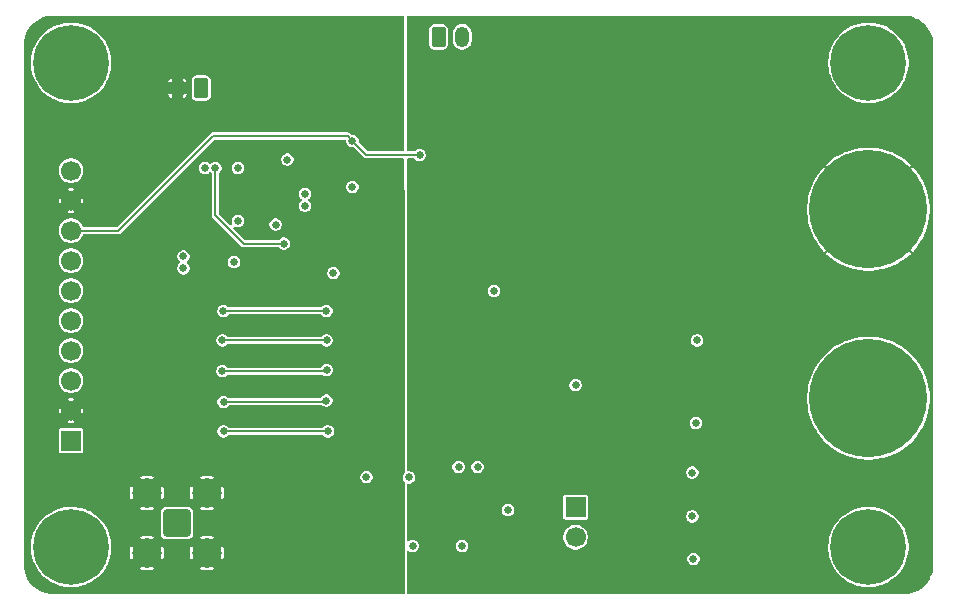
<source format=gbr>
%TF.GenerationSoftware,KiCad,Pcbnew,9.0.6*%
%TF.CreationDate,2026-02-07T23:32:21+00:00*%
%TF.ProjectId,vccs,76636373-2e6b-4696-9361-645f70636258,rev?*%
%TF.SameCoordinates,Original*%
%TF.FileFunction,Copper,L4,Bot*%
%TF.FilePolarity,Positive*%
%FSLAX46Y46*%
G04 Gerber Fmt 4.6, Leading zero omitted, Abs format (unit mm)*
G04 Created by KiCad (PCBNEW 9.0.6) date 2026-02-07 23:32:21*
%MOMM*%
%LPD*%
G01*
G04 APERTURE LIST*
G04 Aperture macros list*
%AMRoundRect*
0 Rectangle with rounded corners*
0 $1 Rounding radius*
0 $2 $3 $4 $5 $6 $7 $8 $9 X,Y pos of 4 corners*
0 Add a 4 corners polygon primitive as box body*
4,1,4,$2,$3,$4,$5,$6,$7,$8,$9,$2,$3,0*
0 Add four circle primitives for the rounded corners*
1,1,$1+$1,$2,$3*
1,1,$1+$1,$4,$5*
1,1,$1+$1,$6,$7*
1,1,$1+$1,$8,$9*
0 Add four rect primitives between the rounded corners*
20,1,$1+$1,$2,$3,$4,$5,0*
20,1,$1+$1,$4,$5,$6,$7,0*
20,1,$1+$1,$6,$7,$8,$9,0*
20,1,$1+$1,$8,$9,$2,$3,0*%
G04 Aperture macros list end*
%TA.AperFunction,ComponentPad*%
%ADD10C,0.800000*%
%TD*%
%TA.AperFunction,ComponentPad*%
%ADD11C,6.400000*%
%TD*%
%TA.AperFunction,ComponentPad*%
%ADD12C,10.000000*%
%TD*%
%TA.AperFunction,ComponentPad*%
%ADD13RoundRect,0.250000X-0.350000X-0.625000X0.350000X-0.625000X0.350000X0.625000X-0.350000X0.625000X0*%
%TD*%
%TA.AperFunction,ComponentPad*%
%ADD14O,1.200000X1.750000*%
%TD*%
%TA.AperFunction,ComponentPad*%
%ADD15RoundRect,0.250000X0.350000X0.625000X-0.350000X0.625000X-0.350000X-0.625000X0.350000X-0.625000X0*%
%TD*%
%TA.AperFunction,ComponentPad*%
%ADD16R,1.700000X1.700000*%
%TD*%
%TA.AperFunction,ComponentPad*%
%ADD17C,1.700000*%
%TD*%
%TA.AperFunction,ComponentPad*%
%ADD18RoundRect,0.200100X-0.949900X-0.949900X0.949900X-0.949900X0.949900X0.949900X-0.949900X0.949900X0*%
%TD*%
%TA.AperFunction,ComponentPad*%
%ADD19C,2.500000*%
%TD*%
%TA.AperFunction,ViaPad*%
%ADD20C,0.650000*%
%TD*%
%TA.AperFunction,Conductor*%
%ADD21C,0.200000*%
%TD*%
G04 APERTURE END LIST*
D10*
%TO.P,H2,1,1*%
%TO.N,unconnected-(H2-Pad1)_8*%
X147400000Y-58500000D03*
%TO.N,unconnected-(H2-Pad1)_7*%
X146697056Y-60197056D03*
%TO.N,unconnected-(H2-Pad1)_6*%
X146697056Y-56802944D03*
%TO.N,unconnected-(H2-Pad1)_5*%
X145000000Y-60900000D03*
D11*
%TO.N,unconnected-(H2-Pad1)_4*%
X145000000Y-58500000D03*
D10*
%TO.N,unconnected-(H2-Pad1)_3*%
X145000000Y-56100000D03*
%TO.N,unconnected-(H2-Pad1)_2*%
X143302944Y-60197056D03*
%TO.N,unconnected-(H2-Pad1)_1*%
X143302944Y-56802944D03*
%TO.N,unconnected-(H2-Pad1)*%
X142600000Y-58500000D03*
%TD*%
%TO.P,H1,1,1*%
%TO.N,unconnected-(H1-Pad1)_8*%
X79900000Y-58500000D03*
%TO.N,unconnected-(H1-Pad1)_7*%
X79197056Y-60197056D03*
%TO.N,unconnected-(H1-Pad1)_6*%
X79197056Y-56802944D03*
%TO.N,unconnected-(H1-Pad1)_5*%
X77500000Y-60900000D03*
D11*
%TO.N,unconnected-(H1-Pad1)_4*%
X77500000Y-58500000D03*
D10*
%TO.N,unconnected-(H1-Pad1)_3*%
X77500000Y-56100000D03*
%TO.N,unconnected-(H1-Pad1)_2*%
X75802944Y-60197056D03*
%TO.N,unconnected-(H1-Pad1)_1*%
X75802944Y-56802944D03*
%TO.N,unconnected-(H1-Pad1)*%
X75100000Y-58500000D03*
%TD*%
D12*
%TO.P,J1,1,Pin_1*%
%TO.N,/sink/SINK_IN*%
X145000000Y-70900000D03*
%TD*%
%TO.P,J2,1,Pin_1*%
%TO.N,GND*%
X145000000Y-86900000D03*
%TD*%
D10*
%TO.P,H3,1,1*%
%TO.N,unconnected-(H3-Pad1)*%
X75100000Y-99500000D03*
%TO.N,unconnected-(H3-Pad1)_1*%
X75802944Y-97802944D03*
%TO.N,unconnected-(H3-Pad1)_2*%
X75802944Y-101197056D03*
%TO.N,unconnected-(H3-Pad1)_3*%
X77500000Y-97100000D03*
D11*
%TO.N,unconnected-(H3-Pad1)_4*%
X77500000Y-99500000D03*
D10*
%TO.N,unconnected-(H3-Pad1)_5*%
X77500000Y-101900000D03*
%TO.N,unconnected-(H3-Pad1)_6*%
X79197056Y-97802944D03*
%TO.N,unconnected-(H3-Pad1)_7*%
X79197056Y-101197056D03*
%TO.N,unconnected-(H3-Pad1)_8*%
X79900000Y-99500000D03*
%TD*%
D13*
%TO.P,J3,1,Pin_1*%
%TO.N,+5V*%
X108599999Y-56300000D03*
D14*
%TO.P,J3,2,Pin_2*%
%TO.N,Net-(D1-A)*%
X110600000Y-56300000D03*
%TD*%
D15*
%TO.P,J5,1,Pin_1*%
%TO.N,+5V*%
X88500000Y-60650000D03*
D14*
%TO.P,J5,2,Pin_2*%
%TO.N,GND*%
X86499999Y-60650000D03*
%TD*%
D16*
%TO.P,J6,1,Pin_1*%
%TO.N,/VCONTROL*%
X77485000Y-90480000D03*
D17*
%TO.P,J6,2,Pin_2*%
%TO.N,GND*%
X77485000Y-87940000D03*
%TO.P,J6,3,Pin_3*%
%TO.N,/SINK_SELECT0*%
X77485000Y-85400001D03*
%TO.P,J6,4,Pin_4*%
%TO.N,/SINK_SELECT1*%
X77485000Y-82860000D03*
%TO.P,J6,5,Pin_5*%
%TO.N,/SINK_SELECT2*%
X77485000Y-80320000D03*
%TO.P,J6,6,Pin_6*%
%TO.N,/SINK_SELECT3*%
X77485000Y-77780000D03*
%TO.P,J6,7,Pin_7*%
%TO.N,/SINK_SELECT4*%
X77485000Y-75240000D03*
%TO.P,J6,8,Pin_8*%
%TO.N,/FAN_EN*%
X77485000Y-72699999D03*
%TO.P,J6,9,Pin_9*%
%TO.N,GND*%
X77485000Y-70160000D03*
%TO.P,J6,10,Pin_10*%
%TO.N,+5V*%
X77485000Y-67620000D03*
%TD*%
D18*
%TO.P,J4,1,In*%
%TO.N,/VCONTROL*%
X86460000Y-97460000D03*
D19*
%TO.P,J4,2,Ext*%
%TO.N,GND*%
X83920000Y-94920000D03*
X83920000Y-100000000D03*
X89000000Y-94920000D03*
X89000000Y-100000000D03*
%TD*%
D16*
%TO.P,J7,1,Pin_1*%
%TO.N,/sink/ISENSE*%
X120200000Y-96125000D03*
D17*
%TO.P,J7,2,Pin_2*%
%TO.N,GND*%
X120200000Y-98665000D03*
%TD*%
D10*
%TO.P,H4,1,1*%
%TO.N,unconnected-(H4-Pad1)*%
X142600000Y-99500000D03*
%TO.N,unconnected-(H4-Pad1)_1*%
X143302944Y-97802944D03*
%TO.N,unconnected-(H4-Pad1)_2*%
X143302944Y-101197056D03*
%TO.N,unconnected-(H4-Pad1)_3*%
X145000000Y-97100000D03*
D11*
%TO.N,unconnected-(H4-Pad1)_4*%
X145000000Y-99500000D03*
D10*
%TO.N,unconnected-(H4-Pad1)_5*%
X145000000Y-101900000D03*
%TO.N,unconnected-(H4-Pad1)_6*%
X146697056Y-97802944D03*
%TO.N,unconnected-(H4-Pad1)_7*%
X146697056Y-101197056D03*
%TO.N,unconnected-(H4-Pad1)_8*%
X147400000Y-99500000D03*
%TD*%
D20*
%TO.N,Net-(C1-Pad1)*%
X106100000Y-93600000D03*
X120200000Y-85800000D03*
%TO.N,GND*%
X93100000Y-57400000D03*
X93400000Y-75900000D03*
X92200000Y-57400000D03*
X99500000Y-69100000D03*
X104672501Y-90800000D03*
X103700000Y-64750001D03*
X110600000Y-99400000D03*
X97300000Y-65500000D03*
X98725000Y-100525000D03*
X101000000Y-99900000D03*
X110300000Y-92700000D03*
X93400000Y-74900000D03*
X97300000Y-66500000D03*
%TO.N,+2V5*%
X97300000Y-69600000D03*
X97300000Y-70600000D03*
X111900000Y-92700000D03*
%TO.N,-2V5*%
X106400000Y-99400000D03*
X87000000Y-75900000D03*
X87000000Y-74900000D03*
%TO.N,/sink/SINK_IN*%
X149500000Y-67000000D03*
X129250000Y-55000000D03*
X135000000Y-72250000D03*
X123500000Y-55000000D03*
X128500000Y-71750000D03*
X135000000Y-70250000D03*
X124500000Y-62000000D03*
X122500000Y-71750000D03*
X135000000Y-66250000D03*
X123500000Y-63000000D03*
X128500000Y-64000000D03*
X135000000Y-55000000D03*
X127500000Y-55000000D03*
X122500000Y-64000000D03*
X126500000Y-62000000D03*
X116500000Y-72500000D03*
X136000000Y-71250000D03*
X136000000Y-67250000D03*
X113750000Y-61250001D03*
X124500000Y-71750000D03*
X133250000Y-55000000D03*
X149500000Y-57250000D03*
X115500000Y-69500000D03*
X125500000Y-63000000D03*
X113750000Y-65000000D03*
X117750000Y-55000000D03*
X121500000Y-55000000D03*
X139000000Y-55000000D03*
X141000000Y-55000000D03*
X115500000Y-67500000D03*
X126500000Y-64000000D03*
X113750000Y-59250000D03*
X124500000Y-64000000D03*
X149500000Y-61250000D03*
X116500000Y-66500000D03*
X115750000Y-55000000D03*
X113750000Y-75250000D03*
X149500000Y-63000000D03*
X113750000Y-71000000D03*
X149500000Y-64999999D03*
X113750000Y-73250001D03*
X119750000Y-55000000D03*
X136000000Y-69250000D03*
X113750000Y-69000000D03*
X113750000Y-63250000D03*
X135000000Y-68250001D03*
X115500000Y-71500000D03*
X131250000Y-55000000D03*
X122500000Y-62000000D03*
X128500000Y-62000000D03*
X116500000Y-68500000D03*
X126500000Y-71750000D03*
X127500000Y-63000000D03*
X113750000Y-55000000D03*
X125500000Y-55000000D03*
X137000000Y-55000000D03*
X113750000Y-67000001D03*
X116500000Y-70499999D03*
X149500000Y-59249999D03*
%TO.N,/SINK_SELECT0*%
X90400000Y-89700000D03*
X99225000Y-89700000D03*
X130500000Y-82005000D03*
%TO.N,/SINK_SELECT1*%
X90400000Y-87200000D03*
X130385001Y-89000000D03*
X99100000Y-87100000D03*
%TO.N,/SINK_SELECT2*%
X130085001Y-93200000D03*
X90300000Y-84600000D03*
X99125000Y-84500000D03*
%TO.N,/SINK_SELECT3*%
X90300000Y-82000000D03*
X99125000Y-82000000D03*
X130085001Y-96900000D03*
%TO.N,/SINK_SELECT4*%
X90380000Y-79520000D03*
X130185001Y-100500000D03*
X99100000Y-79500000D03*
%TO.N,+5V*%
X94800000Y-72200000D03*
X99700000Y-76300000D03*
X113300000Y-77800000D03*
X91600000Y-67400000D03*
X101300000Y-69000000D03*
%TO.N,/power/PGOOD*%
X89700000Y-67400000D03*
X95500000Y-73800000D03*
%TO.N,Net-(U3-FB-)*%
X91600000Y-71900000D03*
X91290000Y-75390000D03*
%TO.N,Net-(U3-FB+)*%
X88849997Y-67400000D03*
X95800000Y-66700000D03*
%TO.N,Net-(U1B--)*%
X102500000Y-93575000D03*
X114475000Y-96375000D03*
%TO.N,/FAN_EN*%
X101300000Y-65100000D03*
X107000000Y-66300000D03*
%TD*%
D21*
%TO.N,/SINK_SELECT0*%
X90400000Y-89700000D02*
X99225000Y-89700000D01*
%TO.N,/SINK_SELECT1*%
X99000000Y-87200000D02*
X99100000Y-87100000D01*
X90400000Y-87200000D02*
X99000000Y-87200000D01*
%TO.N,/SINK_SELECT2*%
X99025000Y-84600000D02*
X99125000Y-84500000D01*
X90300000Y-84600000D02*
X99025000Y-84600000D01*
%TO.N,/SINK_SELECT3*%
X90300000Y-82000000D02*
X99125000Y-82000000D01*
%TO.N,/SINK_SELECT4*%
X90400000Y-79500000D02*
X90380000Y-79520000D01*
X99100000Y-79500000D02*
X90400000Y-79500000D01*
%TO.N,/power/PGOOD*%
X89700000Y-71400000D02*
X92100000Y-73800000D01*
X92100000Y-73800000D02*
X95500000Y-73800000D01*
X89700000Y-67400000D02*
X89700000Y-71400000D01*
%TO.N,/FAN_EN*%
X89500000Y-64700000D02*
X100900000Y-64700000D01*
X102500000Y-66300000D02*
X107000000Y-66300000D01*
X77485000Y-72699999D02*
X81500001Y-72699999D01*
X101300000Y-65100000D02*
X102500000Y-66300000D01*
X81500001Y-72699999D02*
X89500000Y-64700000D01*
X100900000Y-64700000D02*
X101300000Y-65100000D01*
%TD*%
%TA.AperFunction,Conductor*%
%TO.N,/sink/SINK_IN*%
G36*
X148002992Y-54500681D02*
G01*
X148295309Y-54518362D01*
X148307164Y-54519802D01*
X148592281Y-54572051D01*
X148603883Y-54574911D01*
X148880623Y-54661147D01*
X148891786Y-54665380D01*
X149091237Y-54755146D01*
X149156119Y-54784347D01*
X149166704Y-54789903D01*
X149414758Y-54939856D01*
X149424583Y-54946638D01*
X149619697Y-55099500D01*
X149652755Y-55125399D01*
X149661704Y-55133326D01*
X149866673Y-55338295D01*
X149874600Y-55347244D01*
X149995481Y-55501538D01*
X150053356Y-55575409D01*
X150060145Y-55585245D01*
X150081595Y-55620727D01*
X150210096Y-55833295D01*
X150215652Y-55843880D01*
X150334616Y-56108206D01*
X150338855Y-56119384D01*
X150425087Y-56396113D01*
X150427948Y-56407721D01*
X150480196Y-56692828D01*
X150481637Y-56704695D01*
X150499319Y-56997006D01*
X150499500Y-57002984D01*
X150499500Y-100997015D01*
X150499319Y-101002993D01*
X150481637Y-101295304D01*
X150480196Y-101307171D01*
X150427948Y-101592278D01*
X150425087Y-101603886D01*
X150338855Y-101880615D01*
X150334616Y-101891793D01*
X150215652Y-102156119D01*
X150210096Y-102166704D01*
X150060147Y-102414751D01*
X150053356Y-102424590D01*
X149874600Y-102652755D01*
X149866673Y-102661704D01*
X149661704Y-102866673D01*
X149652755Y-102874600D01*
X149424590Y-103053356D01*
X149414751Y-103060147D01*
X149166704Y-103210096D01*
X149156119Y-103215652D01*
X148891793Y-103334616D01*
X148880615Y-103338855D01*
X148603886Y-103425087D01*
X148592278Y-103427948D01*
X148307171Y-103480196D01*
X148295304Y-103481637D01*
X148023993Y-103498048D01*
X148002991Y-103499319D01*
X147997015Y-103499500D01*
X106053863Y-103499500D01*
X105995672Y-103480593D01*
X105959708Y-103431093D01*
X105954863Y-103400590D01*
X105954863Y-103400224D01*
X105952161Y-100430817D01*
X129659501Y-100430817D01*
X129659501Y-100569183D01*
X129695313Y-100702836D01*
X129764496Y-100822665D01*
X129862336Y-100920505D01*
X129982165Y-100989688D01*
X130115818Y-101025500D01*
X130115820Y-101025500D01*
X130254182Y-101025500D01*
X130254184Y-101025500D01*
X130387837Y-100989688D01*
X130507666Y-100920505D01*
X130605506Y-100822665D01*
X130674689Y-100702836D01*
X130710501Y-100569183D01*
X130710501Y-100430817D01*
X130674689Y-100297164D01*
X130605506Y-100177335D01*
X130507666Y-100079495D01*
X130387837Y-100010312D01*
X130254184Y-99974500D01*
X130115818Y-99974500D01*
X129982165Y-100010312D01*
X129862336Y-100079495D01*
X129764496Y-100177335D01*
X129695313Y-100297164D01*
X129659501Y-100430817D01*
X105952161Y-100430817D01*
X105951696Y-99919529D01*
X105970550Y-99861322D01*
X106020018Y-99825313D01*
X106081203Y-99825258D01*
X106100190Y-99833700D01*
X106197164Y-99889688D01*
X106330817Y-99925500D01*
X106330819Y-99925500D01*
X106469181Y-99925500D01*
X106469183Y-99925500D01*
X106602836Y-99889688D01*
X106722665Y-99820505D01*
X106820505Y-99722665D01*
X106889688Y-99602836D01*
X106925500Y-99469183D01*
X106925500Y-99330817D01*
X110074500Y-99330817D01*
X110074500Y-99469183D01*
X110110312Y-99602836D01*
X110179495Y-99722665D01*
X110277335Y-99820505D01*
X110397164Y-99889688D01*
X110530817Y-99925500D01*
X110530819Y-99925500D01*
X110669181Y-99925500D01*
X110669183Y-99925500D01*
X110802836Y-99889688D01*
X110922665Y-99820505D01*
X111020505Y-99722665D01*
X111089688Y-99602836D01*
X111125500Y-99469183D01*
X111125500Y-99330817D01*
X111089688Y-99197164D01*
X111020505Y-99077335D01*
X110922665Y-98979495D01*
X110802836Y-98910312D01*
X110669183Y-98874500D01*
X110530817Y-98874500D01*
X110397164Y-98910312D01*
X110277335Y-98979495D01*
X110179495Y-99077335D01*
X110110312Y-99197164D01*
X110074500Y-99330817D01*
X106925500Y-99330817D01*
X106889688Y-99197164D01*
X106820505Y-99077335D01*
X106722665Y-98979495D01*
X106602836Y-98910312D01*
X106469183Y-98874500D01*
X106330817Y-98874500D01*
X106263990Y-98892406D01*
X106197162Y-98910312D01*
X106099249Y-98966842D01*
X106039401Y-98979563D01*
X105983505Y-98954676D01*
X105952913Y-98901687D01*
X105950750Y-98881200D01*
X105950459Y-98561532D01*
X119149500Y-98561532D01*
X119149500Y-98768467D01*
X119189869Y-98971418D01*
X119269058Y-99162597D01*
X119382881Y-99332946D01*
X119384023Y-99334655D01*
X119530345Y-99480977D01*
X119702402Y-99595941D01*
X119893580Y-99675130D01*
X120096535Y-99715500D01*
X120096536Y-99715500D01*
X120303464Y-99715500D01*
X120303465Y-99715500D01*
X120506420Y-99675130D01*
X120697598Y-99595941D01*
X120869655Y-99480977D01*
X121015977Y-99334655D01*
X121017120Y-99332944D01*
X141599500Y-99332944D01*
X141599500Y-99667056D01*
X141604977Y-99722664D01*
X141632248Y-99999555D01*
X141697431Y-100327253D01*
X141794414Y-100646967D01*
X141922273Y-100955645D01*
X141922286Y-100955672D01*
X142079773Y-101250312D01*
X142218993Y-101458667D01*
X142265399Y-101528118D01*
X142477357Y-101786390D01*
X142713610Y-102022643D01*
X142971882Y-102234601D01*
X143013205Y-102262212D01*
X143249687Y-102420226D01*
X143489486Y-102548400D01*
X143544346Y-102577723D01*
X143853024Y-102705582D01*
X143853026Y-102705582D01*
X143853032Y-102705585D01*
X144129376Y-102789412D01*
X144172749Y-102802569D01*
X144500441Y-102867751D01*
X144832944Y-102900500D01*
X144832947Y-102900500D01*
X145167053Y-102900500D01*
X145167056Y-102900500D01*
X145499559Y-102867751D01*
X145827251Y-102802569D01*
X146016857Y-102745052D01*
X146146967Y-102705585D01*
X146146969Y-102705583D01*
X146146976Y-102705582D01*
X146455654Y-102577723D01*
X146742147Y-102424590D01*
X146750312Y-102420226D01*
X146758506Y-102414751D01*
X147028118Y-102234601D01*
X147286390Y-102022643D01*
X147522643Y-101786390D01*
X147734601Y-101528118D01*
X147920224Y-101250315D01*
X147923333Y-101244500D01*
X148000760Y-101099640D01*
X148077723Y-100955654D01*
X148205582Y-100646976D01*
X148208114Y-100638631D01*
X148302568Y-100327253D01*
X148302569Y-100327251D01*
X148367751Y-99999559D01*
X148400500Y-99667056D01*
X148400500Y-99332944D01*
X148367751Y-99000441D01*
X148302569Y-98672749D01*
X148279823Y-98597764D01*
X148205585Y-98353032D01*
X148128695Y-98167402D01*
X148077723Y-98044346D01*
X148051532Y-97995345D01*
X147920226Y-97749687D01*
X147816497Y-97594448D01*
X147734601Y-97471882D01*
X147522643Y-97213610D01*
X147286390Y-96977357D01*
X147276427Y-96969181D01*
X147028119Y-96765400D01*
X146750312Y-96579773D01*
X146455672Y-96422286D01*
X146455660Y-96422280D01*
X146455654Y-96422277D01*
X146455649Y-96422274D01*
X146455645Y-96422273D01*
X146146967Y-96294414D01*
X145827253Y-96197431D01*
X145559389Y-96144150D01*
X145499559Y-96132249D01*
X145499557Y-96132248D01*
X145256491Y-96108308D01*
X145167056Y-96099500D01*
X144832944Y-96099500D01*
X144734700Y-96109176D01*
X144500444Y-96132248D01*
X144172746Y-96197431D01*
X143853032Y-96294414D01*
X143544354Y-96422273D01*
X143544327Y-96422286D01*
X143249687Y-96579773D01*
X142971880Y-96765400D01*
X142713615Y-96977352D01*
X142477352Y-97213615D01*
X142265400Y-97471880D01*
X142079773Y-97749687D01*
X141922286Y-98044327D01*
X141922273Y-98044354D01*
X141794414Y-98353032D01*
X141697431Y-98672746D01*
X141632248Y-99000444D01*
X141619810Y-99126733D01*
X141599500Y-99332944D01*
X121017120Y-99332944D01*
X121130941Y-99162598D01*
X121210130Y-98971420D01*
X121250500Y-98768465D01*
X121250500Y-98561535D01*
X121210130Y-98358580D01*
X121130941Y-98167402D01*
X121015977Y-97995345D01*
X120869655Y-97849023D01*
X120869651Y-97849020D01*
X120697597Y-97734058D01*
X120506418Y-97654869D01*
X120303467Y-97614500D01*
X120303465Y-97614500D01*
X120096535Y-97614500D01*
X120096532Y-97614500D01*
X119893581Y-97654869D01*
X119702402Y-97734058D01*
X119530348Y-97849020D01*
X119384020Y-97995348D01*
X119269058Y-98167402D01*
X119189869Y-98358581D01*
X119149500Y-98561532D01*
X105950459Y-98561532D01*
X105948407Y-96305817D01*
X113949500Y-96305817D01*
X113949500Y-96444183D01*
X113985312Y-96577836D01*
X114054495Y-96697665D01*
X114152335Y-96795505D01*
X114272164Y-96864688D01*
X114405817Y-96900500D01*
X114405819Y-96900500D01*
X114544181Y-96900500D01*
X114544183Y-96900500D01*
X114677836Y-96864688D01*
X114797665Y-96795505D01*
X114895505Y-96697665D01*
X114964688Y-96577836D01*
X115000500Y-96444183D01*
X115000500Y-96305817D01*
X114964688Y-96172164D01*
X114895505Y-96052335D01*
X114797665Y-95954495D01*
X114677836Y-95885312D01*
X114544183Y-95849500D01*
X114405817Y-95849500D01*
X114272164Y-95885312D01*
X114152335Y-95954495D01*
X114054495Y-96052335D01*
X113985312Y-96172164D01*
X113949500Y-96305817D01*
X105948407Y-96305817D01*
X105947992Y-95849500D01*
X105947451Y-95255253D01*
X119149500Y-95255253D01*
X119149500Y-96994746D01*
X119149501Y-96994758D01*
X119161132Y-97053227D01*
X119161134Y-97053233D01*
X119205445Y-97119548D01*
X119205448Y-97119552D01*
X119271769Y-97163867D01*
X119316231Y-97172711D01*
X119330241Y-97175498D01*
X119330246Y-97175498D01*
X119330252Y-97175500D01*
X119330253Y-97175500D01*
X121069747Y-97175500D01*
X121069748Y-97175500D01*
X121128231Y-97163867D01*
X121194552Y-97119552D01*
X121238867Y-97053231D01*
X121250500Y-96994748D01*
X121250500Y-96830817D01*
X129559501Y-96830817D01*
X129559501Y-96969183D01*
X129595313Y-97102836D01*
X129664496Y-97222665D01*
X129762336Y-97320505D01*
X129882165Y-97389688D01*
X130015818Y-97425500D01*
X130015820Y-97425500D01*
X130154182Y-97425500D01*
X130154184Y-97425500D01*
X130287837Y-97389688D01*
X130407666Y-97320505D01*
X130505506Y-97222665D01*
X130574689Y-97102836D01*
X130610501Y-96969183D01*
X130610501Y-96830817D01*
X130574689Y-96697164D01*
X130505506Y-96577335D01*
X130407666Y-96479495D01*
X130287837Y-96410312D01*
X130154184Y-96374500D01*
X130015818Y-96374500D01*
X129882165Y-96410312D01*
X129762336Y-96479495D01*
X129664496Y-96577335D01*
X129595313Y-96697164D01*
X129559501Y-96830817D01*
X121250500Y-96830817D01*
X121250500Y-95255252D01*
X121249550Y-95250478D01*
X121247711Y-95241231D01*
X121238867Y-95196769D01*
X121194552Y-95130448D01*
X121160945Y-95107992D01*
X121128233Y-95086134D01*
X121128231Y-95086133D01*
X121128228Y-95086132D01*
X121128227Y-95086132D01*
X121069758Y-95074501D01*
X121069748Y-95074500D01*
X119330252Y-95074500D01*
X119330251Y-95074500D01*
X119330241Y-95074501D01*
X119271772Y-95086132D01*
X119271766Y-95086134D01*
X119205451Y-95130445D01*
X119205445Y-95130451D01*
X119161134Y-95196766D01*
X119161132Y-95196772D01*
X119149501Y-95255241D01*
X119149500Y-95255253D01*
X105947451Y-95255253D01*
X105947447Y-95250478D01*
X105946513Y-94224590D01*
X105965367Y-94166382D01*
X106014835Y-94130373D01*
X106045513Y-94125500D01*
X106169181Y-94125500D01*
X106169183Y-94125500D01*
X106302836Y-94089688D01*
X106422665Y-94020505D01*
X106520505Y-93922665D01*
X106589688Y-93802836D01*
X106625500Y-93669183D01*
X106625500Y-93530817D01*
X106589688Y-93397164D01*
X106520505Y-93277335D01*
X106422665Y-93179495D01*
X106302836Y-93110312D01*
X106169183Y-93074500D01*
X106044375Y-93074500D01*
X105986184Y-93055593D01*
X105950220Y-93006093D01*
X105945375Y-92975590D01*
X105945309Y-92902835D01*
X105945061Y-92630817D01*
X109774500Y-92630817D01*
X109774500Y-92769183D01*
X109810312Y-92902836D01*
X109879495Y-93022665D01*
X109977335Y-93120505D01*
X110097164Y-93189688D01*
X110230817Y-93225500D01*
X110230819Y-93225500D01*
X110369181Y-93225500D01*
X110369183Y-93225500D01*
X110502836Y-93189688D01*
X110622665Y-93120505D01*
X110720505Y-93022665D01*
X110789688Y-92902836D01*
X110825500Y-92769183D01*
X110825500Y-92630817D01*
X111374500Y-92630817D01*
X111374500Y-92769183D01*
X111410312Y-92902836D01*
X111479495Y-93022665D01*
X111577335Y-93120505D01*
X111697164Y-93189688D01*
X111830817Y-93225500D01*
X111830819Y-93225500D01*
X111969181Y-93225500D01*
X111969183Y-93225500D01*
X112102836Y-93189688D01*
X112204804Y-93130817D01*
X129559501Y-93130817D01*
X129559501Y-93269183D01*
X129595313Y-93402836D01*
X129664496Y-93522665D01*
X129762336Y-93620505D01*
X129882165Y-93689688D01*
X130015818Y-93725500D01*
X130015820Y-93725500D01*
X130154182Y-93725500D01*
X130154184Y-93725500D01*
X130287837Y-93689688D01*
X130407666Y-93620505D01*
X130505506Y-93522665D01*
X130574689Y-93402836D01*
X130610501Y-93269183D01*
X130610501Y-93130817D01*
X130574689Y-92997164D01*
X130505506Y-92877335D01*
X130407666Y-92779495D01*
X130287837Y-92710312D01*
X130154184Y-92674500D01*
X130015818Y-92674500D01*
X129882165Y-92710312D01*
X129762336Y-92779495D01*
X129664496Y-92877335D01*
X129595313Y-92997164D01*
X129559501Y-93130817D01*
X112204804Y-93130817D01*
X112222665Y-93120505D01*
X112320505Y-93022665D01*
X112389688Y-92902836D01*
X112425500Y-92769183D01*
X112425500Y-92630817D01*
X112389688Y-92497164D01*
X112320505Y-92377335D01*
X112222665Y-92279495D01*
X112102836Y-92210312D01*
X111969183Y-92174500D01*
X111830817Y-92174500D01*
X111697164Y-92210312D01*
X111577335Y-92279495D01*
X111479495Y-92377335D01*
X111410312Y-92497164D01*
X111374500Y-92630817D01*
X110825500Y-92630817D01*
X110789688Y-92497164D01*
X110720505Y-92377335D01*
X110622665Y-92279495D01*
X110502836Y-92210312D01*
X110369183Y-92174500D01*
X110230817Y-92174500D01*
X110097164Y-92210312D01*
X109977335Y-92279495D01*
X109879495Y-92377335D01*
X109810312Y-92497164D01*
X109774500Y-92630817D01*
X105945061Y-92630817D01*
X105941694Y-88930817D01*
X129859501Y-88930817D01*
X129859501Y-89069183D01*
X129895313Y-89202836D01*
X129964496Y-89322665D01*
X130062336Y-89420505D01*
X130182165Y-89489688D01*
X130315818Y-89525500D01*
X130315820Y-89525500D01*
X130454182Y-89525500D01*
X130454184Y-89525500D01*
X130587837Y-89489688D01*
X130707666Y-89420505D01*
X130805506Y-89322665D01*
X130874689Y-89202836D01*
X130910501Y-89069183D01*
X130910501Y-88930817D01*
X130874689Y-88797164D01*
X130805506Y-88677335D01*
X130707666Y-88579495D01*
X130587837Y-88510312D01*
X130454184Y-88474500D01*
X130315818Y-88474500D01*
X130182165Y-88510312D01*
X130062336Y-88579495D01*
X129964496Y-88677335D01*
X129895313Y-88797164D01*
X129859501Y-88930817D01*
X105941694Y-88930817D01*
X105939639Y-86672933D01*
X139799500Y-86672933D01*
X139799500Y-87127066D01*
X139839078Y-87579443D01*
X139839078Y-87579446D01*
X139917934Y-88026659D01*
X139917935Y-88026662D01*
X140035466Y-88465298D01*
X140035468Y-88465306D01*
X140035470Y-88465310D01*
X140077030Y-88579495D01*
X140190784Y-88892032D01*
X140190787Y-88892039D01*
X140190788Y-88892041D01*
X140335713Y-89202835D01*
X140382709Y-89303617D01*
X140609761Y-89696882D01*
X140609762Y-89696883D01*
X140609765Y-89696888D01*
X140641442Y-89742127D01*
X140870229Y-90068871D01*
X140870241Y-90068887D01*
X141162127Y-90416743D01*
X141162131Y-90416747D01*
X141162137Y-90416754D01*
X141483246Y-90737863D01*
X141483252Y-90737868D01*
X141483256Y-90737872D01*
X141831112Y-91029758D01*
X141831128Y-91029770D01*
X141954698Y-91116294D01*
X142203112Y-91290235D01*
X142203116Y-91290237D01*
X142203117Y-91290238D01*
X142596382Y-91517290D01*
X142596389Y-91517294D01*
X143007959Y-91709212D01*
X143434690Y-91864530D01*
X143434701Y-91864533D01*
X143434700Y-91864533D01*
X143559739Y-91898036D01*
X143873334Y-91982064D01*
X144320552Y-92060921D01*
X144421082Y-92069716D01*
X144772934Y-92100500D01*
X144772941Y-92100500D01*
X145227066Y-92100500D01*
X145490952Y-92077412D01*
X145679448Y-92060921D01*
X146126666Y-91982064D01*
X146565310Y-91864530D01*
X146992041Y-91709212D01*
X147403611Y-91517294D01*
X147796888Y-91290235D01*
X148168880Y-91029764D01*
X148516754Y-90737863D01*
X148837863Y-90416754D01*
X149129764Y-90068880D01*
X149390235Y-89696888D01*
X149617294Y-89303611D01*
X149809212Y-88892041D01*
X149964530Y-88465310D01*
X150082064Y-88026666D01*
X150160921Y-87579448D01*
X150192061Y-87223517D01*
X150200500Y-87127066D01*
X150200500Y-86672933D01*
X150170103Y-86325500D01*
X150160921Y-86220552D01*
X150082064Y-85773334D01*
X149964530Y-85334690D01*
X149809212Y-84907959D01*
X149617294Y-84496389D01*
X149390235Y-84103112D01*
X149129764Y-83731120D01*
X149129758Y-83731112D01*
X148837872Y-83383256D01*
X148837868Y-83383252D01*
X148837863Y-83383246D01*
X148516754Y-83062137D01*
X148516747Y-83062131D01*
X148516743Y-83062127D01*
X148168887Y-82770241D01*
X148168871Y-82770229D01*
X147945070Y-82613523D01*
X147796888Y-82509765D01*
X147796883Y-82509762D01*
X147796882Y-82509761D01*
X147403617Y-82282709D01*
X147346474Y-82256063D01*
X146992041Y-82090788D01*
X146992039Y-82090787D01*
X146992032Y-82090784D01*
X146708984Y-81987763D01*
X146565310Y-81935470D01*
X146565306Y-81935468D01*
X146565298Y-81935466D01*
X146565299Y-81935466D01*
X146126662Y-81817935D01*
X146126659Y-81817934D01*
X145679445Y-81739078D01*
X145227066Y-81699500D01*
X145227059Y-81699500D01*
X144772941Y-81699500D01*
X144772934Y-81699500D01*
X144320556Y-81739078D01*
X144320553Y-81739078D01*
X143873340Y-81817934D01*
X143873337Y-81817935D01*
X143434701Y-81935466D01*
X143007967Y-82090784D01*
X142596382Y-82282709D01*
X142203117Y-82509761D01*
X142203116Y-82509762D01*
X141831128Y-82770229D01*
X141831112Y-82770241D01*
X141483256Y-83062127D01*
X141162127Y-83383256D01*
X140870241Y-83731112D01*
X140870229Y-83731128D01*
X140609762Y-84103116D01*
X140609761Y-84103117D01*
X140382709Y-84496382D01*
X140190784Y-84907967D01*
X140035466Y-85334701D01*
X139917935Y-85773337D01*
X139917934Y-85773340D01*
X139839078Y-86220553D01*
X139839078Y-86220556D01*
X139799500Y-86672933D01*
X105939639Y-86672933D01*
X105938782Y-85730817D01*
X119674500Y-85730817D01*
X119674500Y-85869183D01*
X119710312Y-86002836D01*
X119779495Y-86122665D01*
X119877335Y-86220505D01*
X119997164Y-86289688D01*
X120130817Y-86325500D01*
X120130819Y-86325500D01*
X120269181Y-86325500D01*
X120269183Y-86325500D01*
X120402836Y-86289688D01*
X120522665Y-86220505D01*
X120620505Y-86122665D01*
X120689688Y-86002836D01*
X120725500Y-85869183D01*
X120725500Y-85730817D01*
X120689688Y-85597164D01*
X120620505Y-85477335D01*
X120522665Y-85379495D01*
X120402836Y-85310312D01*
X120269183Y-85274500D01*
X120130817Y-85274500D01*
X119997164Y-85310312D01*
X119877335Y-85379495D01*
X119779495Y-85477335D01*
X119710312Y-85597164D01*
X119674500Y-85730817D01*
X105938782Y-85730817D01*
X105935329Y-81935817D01*
X129974500Y-81935817D01*
X129974500Y-82074183D01*
X130010312Y-82207836D01*
X130079495Y-82327665D01*
X130177335Y-82425505D01*
X130297164Y-82494688D01*
X130430817Y-82530500D01*
X130430819Y-82530500D01*
X130569181Y-82530500D01*
X130569183Y-82530500D01*
X130702836Y-82494688D01*
X130822665Y-82425505D01*
X130920505Y-82327665D01*
X130989688Y-82207836D01*
X131025500Y-82074183D01*
X131025500Y-81935817D01*
X130989688Y-81802164D01*
X130920505Y-81682335D01*
X130822665Y-81584495D01*
X130702836Y-81515312D01*
X130569183Y-81479500D01*
X130430817Y-81479500D01*
X130297164Y-81515312D01*
X130177335Y-81584495D01*
X130079495Y-81682335D01*
X130010312Y-81802164D01*
X129974500Y-81935817D01*
X105935329Y-81935817D01*
X105931503Y-77730817D01*
X112774500Y-77730817D01*
X112774500Y-77869183D01*
X112810312Y-78002836D01*
X112879495Y-78122665D01*
X112977335Y-78220505D01*
X113097164Y-78289688D01*
X113230817Y-78325500D01*
X113230819Y-78325500D01*
X113369181Y-78325500D01*
X113369183Y-78325500D01*
X113502836Y-78289688D01*
X113622665Y-78220505D01*
X113720505Y-78122665D01*
X113789688Y-78002836D01*
X113825500Y-77869183D01*
X113825500Y-77730817D01*
X113789688Y-77597164D01*
X113720505Y-77477335D01*
X113622665Y-77379495D01*
X113502836Y-77310312D01*
X113369183Y-77274500D01*
X113230817Y-77274500D01*
X113097164Y-77310312D01*
X112977335Y-77379495D01*
X112879495Y-77477335D01*
X112810312Y-77597164D01*
X112774500Y-77730817D01*
X105931503Y-77730817D01*
X105925081Y-70672954D01*
X139800000Y-70672954D01*
X139800000Y-71127045D01*
X139839574Y-71579376D01*
X139839574Y-71579381D01*
X139918422Y-72026551D01*
X139918423Y-72026554D01*
X140035943Y-72465148D01*
X140191247Y-72891841D01*
X140383152Y-73303386D01*
X140610179Y-73696609D01*
X140610193Y-73696631D01*
X140870625Y-74068566D01*
X140870637Y-74068582D01*
X141162495Y-74416405D01*
X141252333Y-74506243D01*
X142807967Y-72950608D01*
X142949390Y-73092031D01*
X141393756Y-74647666D01*
X141483594Y-74737504D01*
X141831417Y-75029362D01*
X141831433Y-75029374D01*
X142203368Y-75289806D01*
X142203390Y-75289820D01*
X142596613Y-75516847D01*
X143008158Y-75708752D01*
X143434851Y-75864056D01*
X143434850Y-75864056D01*
X143873445Y-75981576D01*
X143873448Y-75981577D01*
X144320620Y-76060425D01*
X144772955Y-76100000D01*
X145227045Y-76100000D01*
X145679376Y-76060425D01*
X145679381Y-76060425D01*
X146126551Y-75981577D01*
X146126554Y-75981576D01*
X146565148Y-75864056D01*
X146991841Y-75708752D01*
X147403386Y-75516847D01*
X147796609Y-75289820D01*
X147796631Y-75289806D01*
X148168566Y-75029374D01*
X148168582Y-75029362D01*
X148516411Y-74737499D01*
X148606244Y-74647666D01*
X147050609Y-73092031D01*
X147192032Y-72950609D01*
X148747666Y-74506243D01*
X148837499Y-74416411D01*
X149129362Y-74068582D01*
X149129374Y-74068566D01*
X149389806Y-73696631D01*
X149389820Y-73696609D01*
X149616847Y-73303386D01*
X149808752Y-72891841D01*
X149964056Y-72465148D01*
X150081576Y-72026554D01*
X150081577Y-72026551D01*
X150160425Y-71579381D01*
X150160425Y-71579376D01*
X150200000Y-71127045D01*
X150200000Y-70672954D01*
X150160425Y-70220623D01*
X150160425Y-70220618D01*
X150081577Y-69773448D01*
X150081576Y-69773445D01*
X149964056Y-69334851D01*
X149808752Y-68908158D01*
X149616847Y-68496613D01*
X149389820Y-68103390D01*
X149389806Y-68103368D01*
X149129374Y-67731433D01*
X149129362Y-67731417D01*
X148837504Y-67383594D01*
X148747666Y-67293756D01*
X147192031Y-68849390D01*
X147050608Y-68707967D01*
X148606243Y-67152333D01*
X148516405Y-67062495D01*
X148168582Y-66770637D01*
X148168566Y-66770625D01*
X147796631Y-66510193D01*
X147796609Y-66510179D01*
X147403386Y-66283152D01*
X146991841Y-66091247D01*
X146565148Y-65935943D01*
X146565149Y-65935943D01*
X146126554Y-65818423D01*
X146126551Y-65818422D01*
X145679379Y-65739574D01*
X145227045Y-65700000D01*
X144772955Y-65700000D01*
X144320623Y-65739574D01*
X144320618Y-65739574D01*
X143873448Y-65818422D01*
X143873445Y-65818423D01*
X143434851Y-65935943D01*
X143008158Y-66091247D01*
X142596613Y-66283152D01*
X142203390Y-66510179D01*
X142203368Y-66510193D01*
X141831433Y-66770625D01*
X141831417Y-66770637D01*
X141483588Y-67062500D01*
X141393755Y-67152332D01*
X142949391Y-68707968D01*
X142807968Y-68849391D01*
X141252332Y-67293755D01*
X141162500Y-67383588D01*
X140870637Y-67731417D01*
X140870625Y-67731433D01*
X140610193Y-68103368D01*
X140610179Y-68103390D01*
X140383152Y-68496613D01*
X140191247Y-68908158D01*
X140035943Y-69334851D01*
X139918423Y-69773445D01*
X139918422Y-69773448D01*
X139839574Y-70220618D01*
X139839574Y-70220623D01*
X139800000Y-70672954D01*
X105925081Y-70672954D01*
X105921466Y-66699588D01*
X105940320Y-66641382D01*
X105989788Y-66605373D01*
X106020466Y-66600500D01*
X106516323Y-66600500D01*
X106574514Y-66619407D01*
X106586320Y-66629490D01*
X106677335Y-66720505D01*
X106797164Y-66789688D01*
X106930817Y-66825500D01*
X106930819Y-66825500D01*
X107069181Y-66825500D01*
X107069183Y-66825500D01*
X107202836Y-66789688D01*
X107322665Y-66720505D01*
X107420505Y-66622665D01*
X107489688Y-66502836D01*
X107525500Y-66369183D01*
X107525500Y-66230817D01*
X107489688Y-66097164D01*
X107420505Y-65977335D01*
X107322665Y-65879495D01*
X107202836Y-65810312D01*
X107069183Y-65774500D01*
X106930817Y-65774500D01*
X106797164Y-65810312D01*
X106677335Y-65879495D01*
X106586324Y-65970505D01*
X106531810Y-65998281D01*
X106516323Y-65999500D01*
X106019741Y-65999500D01*
X105961550Y-65980593D01*
X105925586Y-65931093D01*
X105920741Y-65900591D01*
X105920489Y-65625313D01*
X105920489Y-65625312D01*
X105919815Y-64884186D01*
X105913853Y-58332946D01*
X141599500Y-58332946D01*
X141599500Y-58667053D01*
X141632248Y-58999555D01*
X141697431Y-59327253D01*
X141794414Y-59646967D01*
X141922273Y-59955645D01*
X141922286Y-59955672D01*
X142079773Y-60250312D01*
X142218993Y-60458667D01*
X142265399Y-60528118D01*
X142477357Y-60786390D01*
X142713610Y-61022643D01*
X142971882Y-61234601D01*
X143098978Y-61319524D01*
X143249687Y-61420226D01*
X143436353Y-61520000D01*
X143544346Y-61577723D01*
X143853024Y-61705582D01*
X143853026Y-61705582D01*
X143853032Y-61705585D01*
X144129376Y-61789412D01*
X144172749Y-61802569D01*
X144500441Y-61867751D01*
X144832944Y-61900500D01*
X144832947Y-61900500D01*
X145167053Y-61900500D01*
X145167056Y-61900500D01*
X145499559Y-61867751D01*
X145827251Y-61802569D01*
X146016857Y-61745052D01*
X146146967Y-61705585D01*
X146146969Y-61705583D01*
X146146976Y-61705582D01*
X146455654Y-61577723D01*
X146612186Y-61494055D01*
X146750312Y-61420226D01*
X146792962Y-61391728D01*
X147028118Y-61234601D01*
X147286390Y-61022643D01*
X147522643Y-60786390D01*
X147734601Y-60528118D01*
X147920224Y-60250315D01*
X148077723Y-59955654D01*
X148205582Y-59646976D01*
X148302569Y-59327251D01*
X148367751Y-58999559D01*
X148400500Y-58667056D01*
X148400500Y-58332944D01*
X148367751Y-58000441D01*
X148302569Y-57672749D01*
X148289412Y-57629376D01*
X148205585Y-57353032D01*
X148195131Y-57327792D01*
X148077723Y-57044346D01*
X148054020Y-57000000D01*
X147920226Y-56749687D01*
X147743867Y-56485750D01*
X147734601Y-56471882D01*
X147522643Y-56213610D01*
X147286390Y-55977357D01*
X147028118Y-55765399D01*
X146930598Y-55700238D01*
X146750312Y-55579773D01*
X146455672Y-55422286D01*
X146455660Y-55422280D01*
X146455654Y-55422277D01*
X146455649Y-55422274D01*
X146455645Y-55422273D01*
X146146967Y-55294414D01*
X145827253Y-55197431D01*
X145504973Y-55133326D01*
X145499559Y-55132249D01*
X145499557Y-55132248D01*
X145256491Y-55108308D01*
X145167056Y-55099500D01*
X144832944Y-55099500D01*
X144734700Y-55109176D01*
X144500444Y-55132248D01*
X144172746Y-55197431D01*
X143853032Y-55294414D01*
X143544354Y-55422273D01*
X143544327Y-55422286D01*
X143249687Y-55579773D01*
X142971880Y-55765400D01*
X142713615Y-55977352D01*
X142477352Y-56213615D01*
X142265400Y-56471880D01*
X142079773Y-56749687D01*
X141922286Y-57044327D01*
X141922273Y-57044354D01*
X141794414Y-57353032D01*
X141697431Y-57672746D01*
X141632248Y-58000444D01*
X141629275Y-58030634D01*
X141599731Y-58330604D01*
X141599500Y-58332946D01*
X105913853Y-58332946D01*
X105911385Y-55620725D01*
X107799499Y-55620725D01*
X107799499Y-56979274D01*
X107802352Y-57009694D01*
X107802354Y-57009703D01*
X107847206Y-57137883D01*
X107927844Y-57247144D01*
X107927846Y-57247146D01*
X107927849Y-57247150D01*
X107927852Y-57247152D01*
X107927854Y-57247154D01*
X108037115Y-57327792D01*
X108037116Y-57327792D01*
X108037117Y-57327793D01*
X108165300Y-57372646D01*
X108195724Y-57375499D01*
X108195726Y-57375500D01*
X108195733Y-57375500D01*
X109004272Y-57375500D01*
X109004272Y-57375499D01*
X109034698Y-57372646D01*
X109162881Y-57327793D01*
X109272149Y-57247150D01*
X109352792Y-57137882D01*
X109397645Y-57009699D01*
X109400498Y-56979273D01*
X109400499Y-56979273D01*
X109400499Y-55946155D01*
X109799500Y-55946155D01*
X109799500Y-56653844D01*
X109830263Y-56808496D01*
X109830263Y-56808498D01*
X109890603Y-56954174D01*
X109890609Y-56954185D01*
X109923216Y-57002984D01*
X109978211Y-57085289D01*
X110089711Y-57196789D01*
X110167876Y-57249017D01*
X110220814Y-57284390D01*
X110220825Y-57284396D01*
X110274638Y-57306685D01*
X110366503Y-57344737D01*
X110521158Y-57375500D01*
X110521159Y-57375500D01*
X110678841Y-57375500D01*
X110678842Y-57375500D01*
X110833497Y-57344737D01*
X110979179Y-57284394D01*
X111110289Y-57196789D01*
X111221789Y-57085289D01*
X111309394Y-56954179D01*
X111369737Y-56808497D01*
X111400500Y-56653842D01*
X111400500Y-55946158D01*
X111369737Y-55791503D01*
X111309394Y-55645821D01*
X111309393Y-55645819D01*
X111309390Y-55645814D01*
X111262346Y-55575409D01*
X111221789Y-55514711D01*
X111110289Y-55403211D01*
X111026529Y-55347244D01*
X110979185Y-55315609D01*
X110979174Y-55315603D01*
X110833497Y-55255263D01*
X110678844Y-55224500D01*
X110678842Y-55224500D01*
X110521158Y-55224500D01*
X110521155Y-55224500D01*
X110366503Y-55255263D01*
X110366501Y-55255263D01*
X110220825Y-55315603D01*
X110220814Y-55315609D01*
X110089711Y-55403211D01*
X110089707Y-55403214D01*
X109978214Y-55514707D01*
X109978211Y-55514711D01*
X109890609Y-55645814D01*
X109890603Y-55645825D01*
X109830263Y-55791501D01*
X109830263Y-55791503D01*
X109799500Y-55946155D01*
X109400499Y-55946155D01*
X109400499Y-55620727D01*
X109400498Y-55620725D01*
X109397645Y-55590305D01*
X109397645Y-55590301D01*
X109352792Y-55462118D01*
X109341537Y-55446868D01*
X109272153Y-55352855D01*
X109272151Y-55352853D01*
X109272149Y-55352850D01*
X109272145Y-55352847D01*
X109272143Y-55352845D01*
X109162882Y-55272207D01*
X109034702Y-55227355D01*
X109034693Y-55227353D01*
X109004273Y-55224500D01*
X109004265Y-55224500D01*
X108195733Y-55224500D01*
X108195724Y-55224500D01*
X108165304Y-55227353D01*
X108165295Y-55227355D01*
X108037115Y-55272207D01*
X107927854Y-55352845D01*
X107927844Y-55352855D01*
X107847206Y-55462116D01*
X107802354Y-55590296D01*
X107802352Y-55590305D01*
X107799499Y-55620725D01*
X105911385Y-55620725D01*
X105910456Y-54599588D01*
X105929310Y-54541382D01*
X105978778Y-54505373D01*
X106009456Y-54500500D01*
X147934108Y-54500500D01*
X147997015Y-54500500D01*
X148002992Y-54500681D01*
G37*
%TD.AperFunction*%
%TD*%
%TA.AperFunction,Conductor*%
%TO.N,GND*%
G36*
X105664147Y-54519407D02*
G01*
X105700111Y-54568907D01*
X105704956Y-54599410D01*
X105706064Y-55817116D01*
X105714989Y-65625500D01*
X105715240Y-65900410D01*
X105696386Y-65958618D01*
X105646918Y-65994627D01*
X105616240Y-65999500D01*
X102665479Y-65999500D01*
X102607288Y-65980593D01*
X102595475Y-65970504D01*
X101854496Y-65229525D01*
X101826719Y-65175008D01*
X101825500Y-65159521D01*
X101825500Y-65030818D01*
X101825146Y-65029496D01*
X101789688Y-64897164D01*
X101720505Y-64777335D01*
X101622665Y-64679495D01*
X101502836Y-64610312D01*
X101369183Y-64574500D01*
X101240479Y-64574500D01*
X101182288Y-64555593D01*
X101170476Y-64545504D01*
X101084510Y-64459539D01*
X101015992Y-64419980D01*
X101015988Y-64419978D01*
X100939564Y-64399500D01*
X100939562Y-64399500D01*
X89460438Y-64399500D01*
X89460435Y-64399500D01*
X89384011Y-64419978D01*
X89384007Y-64419980D01*
X89315491Y-64459538D01*
X81404526Y-72370503D01*
X81350009Y-72398280D01*
X81334522Y-72399499D01*
X78563732Y-72399499D01*
X78505541Y-72380592D01*
X78472268Y-72338385D01*
X78415941Y-72202401D01*
X78300979Y-72030347D01*
X78300977Y-72030344D01*
X78154655Y-71884022D01*
X78154651Y-71884019D01*
X77982597Y-71769057D01*
X77791418Y-71689868D01*
X77588467Y-71649499D01*
X77588465Y-71649499D01*
X77381535Y-71649499D01*
X77381532Y-71649499D01*
X77178581Y-71689868D01*
X76987402Y-71769057D01*
X76815348Y-71884019D01*
X76669020Y-72030347D01*
X76554058Y-72202401D01*
X76474869Y-72393580D01*
X76434500Y-72596531D01*
X76434500Y-72803466D01*
X76474869Y-73006417D01*
X76554058Y-73197596D01*
X76629372Y-73310312D01*
X76669023Y-73369654D01*
X76815345Y-73515976D01*
X76987402Y-73630940D01*
X77178580Y-73710129D01*
X77381535Y-73750499D01*
X77381536Y-73750499D01*
X77588464Y-73750499D01*
X77588465Y-73750499D01*
X77791420Y-73710129D01*
X77982598Y-73630940D01*
X78154655Y-73515976D01*
X78300977Y-73369654D01*
X78415941Y-73197597D01*
X78472268Y-73061613D01*
X78512005Y-73015087D01*
X78563732Y-73000499D01*
X81539564Y-73000499D01*
X81539564Y-73000498D01*
X81615990Y-72980020D01*
X81684512Y-72940459D01*
X81740461Y-72884510D01*
X87294154Y-67330817D01*
X88324497Y-67330817D01*
X88324497Y-67469183D01*
X88360309Y-67602836D01*
X88429492Y-67722665D01*
X88527332Y-67820505D01*
X88647161Y-67889688D01*
X88780814Y-67925500D01*
X88780816Y-67925500D01*
X88919178Y-67925500D01*
X88919180Y-67925500D01*
X89052833Y-67889688D01*
X89172662Y-67820505D01*
X89204997Y-67788169D01*
X89218965Y-67781052D01*
X89230053Y-67769965D01*
X89245539Y-67767512D01*
X89259510Y-67760394D01*
X89274997Y-67762846D01*
X89290485Y-67760394D01*
X89304456Y-67767512D01*
X89319942Y-67769965D01*
X89344998Y-67788168D01*
X89370505Y-67813675D01*
X89398281Y-67868190D01*
X89399500Y-67883677D01*
X89399500Y-71439562D01*
X89419979Y-71515989D01*
X89424892Y-71524498D01*
X89424893Y-71524501D01*
X89455397Y-71577335D01*
X89459540Y-71584511D01*
X91915489Y-74040460D01*
X91915491Y-74040461D01*
X91915493Y-74040463D01*
X91984008Y-74080020D01*
X91984006Y-74080020D01*
X91984010Y-74080021D01*
X91984012Y-74080022D01*
X92060438Y-74100500D01*
X95016323Y-74100500D01*
X95074514Y-74119407D01*
X95086320Y-74129490D01*
X95177335Y-74220505D01*
X95297164Y-74289688D01*
X95430817Y-74325500D01*
X95430819Y-74325500D01*
X95569181Y-74325500D01*
X95569183Y-74325500D01*
X95702836Y-74289688D01*
X95822665Y-74220505D01*
X95920505Y-74122665D01*
X95989688Y-74002836D01*
X96025500Y-73869183D01*
X96025500Y-73730817D01*
X95989688Y-73597164D01*
X95920505Y-73477335D01*
X95822665Y-73379495D01*
X95702836Y-73310312D01*
X95569183Y-73274500D01*
X95430817Y-73274500D01*
X95297164Y-73310312D01*
X95177335Y-73379495D01*
X95086324Y-73470505D01*
X95031810Y-73498281D01*
X95016323Y-73499500D01*
X92265479Y-73499500D01*
X92207288Y-73480593D01*
X92195475Y-73470504D01*
X91260481Y-72535510D01*
X91232704Y-72480993D01*
X91242275Y-72420561D01*
X91285540Y-72377296D01*
X91345972Y-72367725D01*
X91379981Y-72379767D01*
X91397164Y-72389688D01*
X91530817Y-72425500D01*
X91530819Y-72425500D01*
X91669181Y-72425500D01*
X91669183Y-72425500D01*
X91802836Y-72389688D01*
X91922665Y-72320505D01*
X92020505Y-72222665D01*
X92073533Y-72130817D01*
X94274500Y-72130817D01*
X94274500Y-72269183D01*
X94310312Y-72402836D01*
X94379495Y-72522665D01*
X94477335Y-72620505D01*
X94597164Y-72689688D01*
X94730817Y-72725500D01*
X94730819Y-72725500D01*
X94869181Y-72725500D01*
X94869183Y-72725500D01*
X95002836Y-72689688D01*
X95122665Y-72620505D01*
X95220505Y-72522665D01*
X95289688Y-72402836D01*
X95325500Y-72269183D01*
X95325500Y-72130817D01*
X95289688Y-71997164D01*
X95220505Y-71877335D01*
X95122665Y-71779495D01*
X95002836Y-71710312D01*
X94869183Y-71674500D01*
X94730817Y-71674500D01*
X94597164Y-71710312D01*
X94477335Y-71779495D01*
X94379495Y-71877335D01*
X94310312Y-71997164D01*
X94274500Y-72130817D01*
X92073533Y-72130817D01*
X92089688Y-72102836D01*
X92125500Y-71969183D01*
X92125500Y-71830817D01*
X92089688Y-71697164D01*
X92020505Y-71577335D01*
X91922665Y-71479495D01*
X91802836Y-71410312D01*
X91669183Y-71374500D01*
X91530817Y-71374500D01*
X91397164Y-71410312D01*
X91277335Y-71479495D01*
X91179495Y-71577335D01*
X91110312Y-71697164D01*
X91074500Y-71830817D01*
X91074500Y-71969183D01*
X91090888Y-72030344D01*
X91110312Y-72102837D01*
X91120230Y-72120015D01*
X91132951Y-72179864D01*
X91108063Y-72235759D01*
X91055075Y-72266351D01*
X90994225Y-72259954D01*
X90964489Y-72239518D01*
X90029496Y-71304525D01*
X90001719Y-71250008D01*
X90000500Y-71234521D01*
X90000500Y-69530817D01*
X96774500Y-69530817D01*
X96774500Y-69669183D01*
X96810312Y-69802836D01*
X96879495Y-69922665D01*
X96977335Y-70020505D01*
X96977337Y-70020506D01*
X96977338Y-70020507D01*
X96978576Y-70021457D01*
X96979209Y-70022378D01*
X96981924Y-70025093D01*
X96981420Y-70025596D01*
X97013233Y-70071880D01*
X97011632Y-70133045D01*
X96981514Y-70174497D01*
X96981924Y-70174907D01*
X96979341Y-70177489D01*
X96978576Y-70178543D01*
X96977338Y-70179492D01*
X96977335Y-70179495D01*
X96879495Y-70277335D01*
X96810312Y-70397164D01*
X96774500Y-70530817D01*
X96774500Y-70669183D01*
X96810312Y-70802836D01*
X96879495Y-70922665D01*
X96977335Y-71020505D01*
X97097164Y-71089688D01*
X97230817Y-71125500D01*
X97230819Y-71125500D01*
X97369181Y-71125500D01*
X97369183Y-71125500D01*
X97502836Y-71089688D01*
X97622665Y-71020505D01*
X97720505Y-70922665D01*
X97789688Y-70802836D01*
X97825500Y-70669183D01*
X97825500Y-70530817D01*
X97789688Y-70397164D01*
X97720505Y-70277335D01*
X97622665Y-70179495D01*
X97622659Y-70179491D01*
X97621429Y-70178548D01*
X97620795Y-70177626D01*
X97618076Y-70174907D01*
X97618579Y-70174403D01*
X97586769Y-70128127D01*
X97588364Y-70066962D01*
X97618485Y-70025502D01*
X97618076Y-70025093D01*
X97620663Y-70022505D01*
X97621429Y-70021452D01*
X97622654Y-70020511D01*
X97622665Y-70020505D01*
X97720505Y-69922665D01*
X97789688Y-69802836D01*
X97825500Y-69669183D01*
X97825500Y-69530817D01*
X97789688Y-69397164D01*
X97720505Y-69277335D01*
X97622665Y-69179495D01*
X97502836Y-69110312D01*
X97369183Y-69074500D01*
X97230817Y-69074500D01*
X97097164Y-69110312D01*
X96977335Y-69179495D01*
X96879495Y-69277335D01*
X96810312Y-69397164D01*
X96774500Y-69530817D01*
X90000500Y-69530817D01*
X90000500Y-68930817D01*
X100774500Y-68930817D01*
X100774500Y-69069183D01*
X100810312Y-69202836D01*
X100879495Y-69322665D01*
X100977335Y-69420505D01*
X101097164Y-69489688D01*
X101230817Y-69525500D01*
X101230819Y-69525500D01*
X101369181Y-69525500D01*
X101369183Y-69525500D01*
X101502836Y-69489688D01*
X101622665Y-69420505D01*
X101720505Y-69322665D01*
X101789688Y-69202836D01*
X101825500Y-69069183D01*
X101825500Y-68930817D01*
X101789688Y-68797164D01*
X101720505Y-68677335D01*
X101622665Y-68579495D01*
X101502836Y-68510312D01*
X101369183Y-68474500D01*
X101230817Y-68474500D01*
X101097164Y-68510312D01*
X100977335Y-68579495D01*
X100879495Y-68677335D01*
X100810312Y-68797164D01*
X100774500Y-68930817D01*
X90000500Y-68930817D01*
X90000500Y-67883677D01*
X90019407Y-67825486D01*
X90029490Y-67813679D01*
X90120505Y-67722665D01*
X90189688Y-67602836D01*
X90225500Y-67469183D01*
X90225500Y-67330817D01*
X91074500Y-67330817D01*
X91074500Y-67469183D01*
X91110312Y-67602836D01*
X91179495Y-67722665D01*
X91277335Y-67820505D01*
X91397164Y-67889688D01*
X91530817Y-67925500D01*
X91530819Y-67925500D01*
X91669181Y-67925500D01*
X91669183Y-67925500D01*
X91802836Y-67889688D01*
X91922665Y-67820505D01*
X92020505Y-67722665D01*
X92089688Y-67602836D01*
X92125500Y-67469183D01*
X92125500Y-67330817D01*
X92089688Y-67197164D01*
X92020505Y-67077335D01*
X91922665Y-66979495D01*
X91802836Y-66910312D01*
X91669183Y-66874500D01*
X91530817Y-66874500D01*
X91397164Y-66910312D01*
X91277335Y-66979495D01*
X91179495Y-67077335D01*
X91110312Y-67197164D01*
X91074500Y-67330817D01*
X90225500Y-67330817D01*
X90189688Y-67197164D01*
X90120505Y-67077335D01*
X90022665Y-66979495D01*
X89902836Y-66910312D01*
X89769183Y-66874500D01*
X89630817Y-66874500D01*
X89525069Y-66902835D01*
X89497164Y-66910312D01*
X89377335Y-66979495D01*
X89345001Y-67011829D01*
X89290484Y-67039605D01*
X89230052Y-67030033D01*
X89204997Y-67011830D01*
X89172662Y-66979495D01*
X89052833Y-66910312D01*
X88919180Y-66874500D01*
X88780814Y-66874500D01*
X88647161Y-66910312D01*
X88527332Y-66979495D01*
X88429492Y-67077335D01*
X88360309Y-67197164D01*
X88324497Y-67330817D01*
X87294154Y-67330817D01*
X87994154Y-66630817D01*
X95274500Y-66630817D01*
X95274500Y-66769183D01*
X95310312Y-66902836D01*
X95379495Y-67022665D01*
X95477335Y-67120505D01*
X95597164Y-67189688D01*
X95730817Y-67225500D01*
X95730819Y-67225500D01*
X95869181Y-67225500D01*
X95869183Y-67225500D01*
X96002836Y-67189688D01*
X96122665Y-67120505D01*
X96220505Y-67022665D01*
X96289688Y-66902836D01*
X96325500Y-66769183D01*
X96325500Y-66630817D01*
X96289688Y-66497164D01*
X96220505Y-66377335D01*
X96122665Y-66279495D01*
X96002836Y-66210312D01*
X95869183Y-66174500D01*
X95730817Y-66174500D01*
X95597164Y-66210312D01*
X95477335Y-66279495D01*
X95379495Y-66377335D01*
X95310312Y-66497164D01*
X95274500Y-66630817D01*
X87994154Y-66630817D01*
X89595475Y-65029496D01*
X89649992Y-65001719D01*
X89665479Y-65000500D01*
X100675500Y-65000500D01*
X100733691Y-65019407D01*
X100769655Y-65068907D01*
X100774500Y-65099500D01*
X100774500Y-65169183D01*
X100810312Y-65302836D01*
X100879495Y-65422665D01*
X100977335Y-65520505D01*
X101097164Y-65589688D01*
X101230817Y-65625500D01*
X101230819Y-65625500D01*
X101359521Y-65625500D01*
X101417712Y-65644407D01*
X101429525Y-65654496D01*
X102259540Y-66484511D01*
X102259539Y-66484511D01*
X102315489Y-66540460D01*
X102384007Y-66580019D01*
X102384011Y-66580021D01*
X102460435Y-66600499D01*
X102460437Y-66600500D01*
X105616967Y-66600500D01*
X105675158Y-66619407D01*
X105711122Y-66668907D01*
X105715966Y-66699407D01*
X105720526Y-71710312D01*
X105740058Y-93175673D01*
X105721204Y-93233881D01*
X105711064Y-93245765D01*
X105679496Y-93277334D01*
X105679495Y-93277335D01*
X105610312Y-93397164D01*
X105574500Y-93530817D01*
X105574500Y-93669183D01*
X105610312Y-93802836D01*
X105679495Y-93922665D01*
X105711836Y-93955006D01*
X105739612Y-94009521D01*
X105740831Y-94024918D01*
X105745626Y-99292893D01*
X105749363Y-103400411D01*
X105730510Y-103458618D01*
X105681042Y-103494627D01*
X105650364Y-103499500D01*
X76002985Y-103499500D01*
X75997008Y-103499319D01*
X75973564Y-103497900D01*
X75704695Y-103481637D01*
X75692828Y-103480196D01*
X75407721Y-103427948D01*
X75396113Y-103425087D01*
X75119384Y-103338855D01*
X75108206Y-103334616D01*
X74843880Y-103215652D01*
X74833295Y-103210096D01*
X74585248Y-103060147D01*
X74575413Y-103053358D01*
X74347244Y-102874600D01*
X74338295Y-102866673D01*
X74133326Y-102661704D01*
X74125399Y-102652755D01*
X73946638Y-102424583D01*
X73939856Y-102414758D01*
X73789903Y-102166704D01*
X73784347Y-102156119D01*
X73665383Y-101891793D01*
X73661147Y-101880623D01*
X73574911Y-101603883D01*
X73572051Y-101592278D01*
X73519802Y-101307164D01*
X73518362Y-101295303D01*
X73514759Y-101235742D01*
X73500681Y-101002992D01*
X73500500Y-100997015D01*
X73500500Y-99332946D01*
X74099500Y-99332946D01*
X74099500Y-99667053D01*
X74132248Y-99999555D01*
X74197431Y-100327253D01*
X74294414Y-100646967D01*
X74422273Y-100955645D01*
X74422286Y-100955672D01*
X74579773Y-101250312D01*
X74689346Y-101414297D01*
X74765399Y-101528118D01*
X74977357Y-101786390D01*
X75213610Y-102022643D01*
X75471882Y-102234601D01*
X75610783Y-102327412D01*
X75749687Y-102420226D01*
X76044327Y-102577713D01*
X76044346Y-102577723D01*
X76353024Y-102705582D01*
X76353026Y-102705582D01*
X76353032Y-102705585D01*
X76629376Y-102789412D01*
X76672749Y-102802569D01*
X77000441Y-102867751D01*
X77332944Y-102900500D01*
X77332947Y-102900500D01*
X77667053Y-102900500D01*
X77667056Y-102900500D01*
X77999559Y-102867751D01*
X78327251Y-102802569D01*
X78516857Y-102745052D01*
X78646967Y-102705585D01*
X78646969Y-102705583D01*
X78646976Y-102705582D01*
X78955654Y-102577723D01*
X79242147Y-102424590D01*
X79250312Y-102420226D01*
X79258506Y-102414751D01*
X79528118Y-102234601D01*
X79786390Y-102022643D01*
X80022643Y-101786390D01*
X80234601Y-101528118D01*
X80420224Y-101250315D01*
X80425097Y-101241196D01*
X80428014Y-101235742D01*
X80428015Y-101235740D01*
X80552420Y-101002992D01*
X80577723Y-100955654D01*
X80705582Y-100646976D01*
X80802569Y-100327251D01*
X80867751Y-99999559D01*
X80878948Y-99885879D01*
X82470000Y-99885879D01*
X82470000Y-100114120D01*
X82505702Y-100339538D01*
X82576233Y-100556610D01*
X82603252Y-100609639D01*
X83079817Y-100133074D01*
X83102665Y-100247936D01*
X83166740Y-100402626D01*
X83259762Y-100541844D01*
X83378156Y-100660238D01*
X83517374Y-100753260D01*
X83672064Y-100817335D01*
X83786923Y-100840181D01*
X83310359Y-101316746D01*
X83363392Y-101343767D01*
X83580461Y-101414297D01*
X83805880Y-101450000D01*
X84034120Y-101450000D01*
X84259538Y-101414297D01*
X84476604Y-101343768D01*
X84529639Y-101316746D01*
X84053075Y-100840182D01*
X84167936Y-100817335D01*
X84322626Y-100753260D01*
X84461844Y-100660238D01*
X84580238Y-100541844D01*
X84673260Y-100402626D01*
X84737335Y-100247936D01*
X84760182Y-100133075D01*
X85236746Y-100609639D01*
X85263768Y-100556604D01*
X85334297Y-100339538D01*
X85370000Y-100114120D01*
X85370000Y-99885879D01*
X87550000Y-99885879D01*
X87550000Y-100114120D01*
X87585702Y-100339538D01*
X87656233Y-100556610D01*
X87683252Y-100609639D01*
X88159817Y-100133074D01*
X88182665Y-100247936D01*
X88246740Y-100402626D01*
X88339762Y-100541844D01*
X88458156Y-100660238D01*
X88597374Y-100753260D01*
X88752064Y-100817335D01*
X88866923Y-100840181D01*
X88390359Y-101316746D01*
X88443392Y-101343767D01*
X88660461Y-101414297D01*
X88885880Y-101450000D01*
X89114120Y-101450000D01*
X89339538Y-101414297D01*
X89556604Y-101343768D01*
X89609639Y-101316746D01*
X89133075Y-100840182D01*
X89247936Y-100817335D01*
X89402626Y-100753260D01*
X89541844Y-100660238D01*
X89660238Y-100541844D01*
X89753260Y-100402626D01*
X89817335Y-100247936D01*
X89840182Y-100133075D01*
X90316746Y-100609639D01*
X90343768Y-100556604D01*
X90414297Y-100339538D01*
X90450000Y-100114120D01*
X90450000Y-99885879D01*
X90414297Y-99660461D01*
X90343767Y-99443392D01*
X90316746Y-99390359D01*
X89840181Y-99866923D01*
X89817335Y-99752064D01*
X89753260Y-99597374D01*
X89660238Y-99458156D01*
X89541844Y-99339762D01*
X89402626Y-99246740D01*
X89247936Y-99182665D01*
X89133074Y-99159817D01*
X89609639Y-98683252D01*
X89556610Y-98656233D01*
X89339538Y-98585702D01*
X89114120Y-98550000D01*
X88885880Y-98550000D01*
X88660461Y-98585702D01*
X88443392Y-98656232D01*
X88390359Y-98683253D01*
X88866923Y-99159817D01*
X88752064Y-99182665D01*
X88597374Y-99246740D01*
X88458156Y-99339762D01*
X88339762Y-99458156D01*
X88246740Y-99597374D01*
X88182665Y-99752064D01*
X88159817Y-99866923D01*
X87683253Y-99390359D01*
X87656232Y-99443392D01*
X87585702Y-99660461D01*
X87550000Y-99885879D01*
X85370000Y-99885879D01*
X85334297Y-99660461D01*
X85263767Y-99443392D01*
X85236746Y-99390359D01*
X84760181Y-99866923D01*
X84737335Y-99752064D01*
X84673260Y-99597374D01*
X84580238Y-99458156D01*
X84461844Y-99339762D01*
X84322626Y-99246740D01*
X84167936Y-99182665D01*
X84053074Y-99159817D01*
X84529639Y-98683252D01*
X84476610Y-98656233D01*
X84259538Y-98585702D01*
X84034120Y-98550000D01*
X83805880Y-98550000D01*
X83580461Y-98585702D01*
X83363392Y-98656232D01*
X83310359Y-98683253D01*
X83786923Y-99159817D01*
X83672064Y-99182665D01*
X83517374Y-99246740D01*
X83378156Y-99339762D01*
X83259762Y-99458156D01*
X83166740Y-99597374D01*
X83102665Y-99752064D01*
X83079817Y-99866923D01*
X82603253Y-99390359D01*
X82576232Y-99443392D01*
X82505702Y-99660461D01*
X82470000Y-99885879D01*
X80878948Y-99885879D01*
X80900500Y-99667056D01*
X80900500Y-99332944D01*
X80867751Y-99000441D01*
X80802569Y-98672749D01*
X80732401Y-98441435D01*
X80705585Y-98353032D01*
X80577726Y-98044354D01*
X80577723Y-98044346D01*
X80577713Y-98044327D01*
X80420226Y-97749687D01*
X80327412Y-97610783D01*
X80234601Y-97471882D01*
X80022643Y-97213610D01*
X79786390Y-96977357D01*
X79528118Y-96765399D01*
X79436357Y-96704086D01*
X79250319Y-96579778D01*
X79240427Y-96574491D01*
X79217038Y-96561989D01*
X79217037Y-96561987D01*
X79060966Y-96478566D01*
X85109500Y-96478566D01*
X85109500Y-98441433D01*
X85109501Y-98441435D01*
X85124355Y-98535230D01*
X85124357Y-98535238D01*
X85181965Y-98648297D01*
X85181968Y-98648302D01*
X85271698Y-98738032D01*
X85384765Y-98795643D01*
X85478569Y-98810500D01*
X87441430Y-98810499D01*
X87441433Y-98810499D01*
X87441434Y-98810498D01*
X87488332Y-98803071D01*
X87535230Y-98795644D01*
X87535232Y-98795643D01*
X87535235Y-98795643D01*
X87535235Y-98795642D01*
X87535238Y-98795642D01*
X87590766Y-98767348D01*
X87648302Y-98738032D01*
X87738032Y-98648302D01*
X87795643Y-98535235D01*
X87810500Y-98441431D01*
X87810499Y-96478570D01*
X87810499Y-96478569D01*
X87810499Y-96478566D01*
X87810498Y-96478564D01*
X87795644Y-96384769D01*
X87795642Y-96384761D01*
X87738034Y-96271702D01*
X87738033Y-96271700D01*
X87738032Y-96271698D01*
X87648302Y-96181968D01*
X87648299Y-96181966D01*
X87648297Y-96181965D01*
X87535238Y-96124358D01*
X87535236Y-96124357D01*
X87441433Y-96109500D01*
X85478566Y-96109500D01*
X85478564Y-96109501D01*
X85384769Y-96124355D01*
X85384761Y-96124357D01*
X85271702Y-96181965D01*
X85271700Y-96181966D01*
X85181966Y-96271700D01*
X85181965Y-96271702D01*
X85124358Y-96384761D01*
X85124357Y-96384763D01*
X85109500Y-96478566D01*
X79060966Y-96478566D01*
X78955672Y-96422286D01*
X78955660Y-96422280D01*
X78955654Y-96422277D01*
X78955649Y-96422274D01*
X78955645Y-96422273D01*
X78646966Y-96294414D01*
X78327253Y-96197431D01*
X78106777Y-96153576D01*
X77999559Y-96132249D01*
X77999557Y-96132248D01*
X77756491Y-96108308D01*
X77667056Y-96099500D01*
X77332944Y-96099500D01*
X77234700Y-96109176D01*
X77000444Y-96132248D01*
X76672746Y-96197431D01*
X76353032Y-96294414D01*
X76044354Y-96422273D01*
X76044327Y-96422286D01*
X75749687Y-96579773D01*
X75471880Y-96765400D01*
X75213615Y-96977352D01*
X74977352Y-97213615D01*
X74765400Y-97471880D01*
X74579773Y-97749687D01*
X74422286Y-98044327D01*
X74422273Y-98044354D01*
X74294414Y-98353032D01*
X74197431Y-98672746D01*
X74132248Y-99000444D01*
X74114301Y-99182665D01*
X74099710Y-99330817D01*
X74099500Y-99332946D01*
X73500500Y-99332946D01*
X73500500Y-94805879D01*
X82470000Y-94805879D01*
X82470000Y-95034120D01*
X82505702Y-95259538D01*
X82576233Y-95476610D01*
X82603252Y-95529639D01*
X83079817Y-95053074D01*
X83102665Y-95167936D01*
X83166740Y-95322626D01*
X83259762Y-95461844D01*
X83378156Y-95580238D01*
X83517374Y-95673260D01*
X83672064Y-95737335D01*
X83786923Y-95760181D01*
X83310359Y-96236746D01*
X83363392Y-96263767D01*
X83580461Y-96334297D01*
X83805880Y-96370000D01*
X84034120Y-96370000D01*
X84259538Y-96334297D01*
X84476604Y-96263768D01*
X84529639Y-96236746D01*
X84053075Y-95760182D01*
X84167936Y-95737335D01*
X84322626Y-95673260D01*
X84461844Y-95580238D01*
X84580238Y-95461844D01*
X84673260Y-95322626D01*
X84737335Y-95167936D01*
X84760182Y-95053075D01*
X85236746Y-95529639D01*
X85263768Y-95476604D01*
X85334297Y-95259538D01*
X85370000Y-95034120D01*
X85370000Y-94805879D01*
X87550000Y-94805879D01*
X87550000Y-95034120D01*
X87585702Y-95259538D01*
X87656233Y-95476610D01*
X87683252Y-95529639D01*
X88159817Y-95053074D01*
X88182665Y-95167936D01*
X88246740Y-95322626D01*
X88339762Y-95461844D01*
X88458156Y-95580238D01*
X88597374Y-95673260D01*
X88752064Y-95737335D01*
X88866923Y-95760181D01*
X88390359Y-96236746D01*
X88443392Y-96263767D01*
X88660461Y-96334297D01*
X88885880Y-96370000D01*
X89114120Y-96370000D01*
X89339538Y-96334297D01*
X89556604Y-96263768D01*
X89609639Y-96236746D01*
X89133075Y-95760182D01*
X89247936Y-95737335D01*
X89402626Y-95673260D01*
X89541844Y-95580238D01*
X89660238Y-95461844D01*
X89753260Y-95322626D01*
X89817335Y-95167936D01*
X89840182Y-95053075D01*
X90316746Y-95529639D01*
X90343768Y-95476604D01*
X90414297Y-95259538D01*
X90450000Y-95034120D01*
X90450000Y-94805879D01*
X90414297Y-94580461D01*
X90343767Y-94363392D01*
X90316746Y-94310359D01*
X89840181Y-94786923D01*
X89817335Y-94672064D01*
X89753260Y-94517374D01*
X89660238Y-94378156D01*
X89541844Y-94259762D01*
X89402626Y-94166740D01*
X89247936Y-94102665D01*
X89133074Y-94079817D01*
X89609639Y-93603252D01*
X89578798Y-93587538D01*
X89556610Y-93576233D01*
X89339892Y-93505817D01*
X101974500Y-93505817D01*
X101974500Y-93644183D01*
X102010312Y-93777836D01*
X102079495Y-93897665D01*
X102177335Y-93995505D01*
X102297164Y-94064688D01*
X102430817Y-94100500D01*
X102430819Y-94100500D01*
X102569181Y-94100500D01*
X102569183Y-94100500D01*
X102702836Y-94064688D01*
X102822665Y-93995505D01*
X102920505Y-93897665D01*
X102989688Y-93777836D01*
X103025500Y-93644183D01*
X103025500Y-93505817D01*
X102989688Y-93372164D01*
X102920505Y-93252335D01*
X102822665Y-93154495D01*
X102702836Y-93085312D01*
X102569183Y-93049500D01*
X102430817Y-93049500D01*
X102297164Y-93085312D01*
X102177335Y-93154495D01*
X102079495Y-93252335D01*
X102010312Y-93372164D01*
X101974500Y-93505817D01*
X89339892Y-93505817D01*
X89339538Y-93505702D01*
X89114120Y-93470000D01*
X88885880Y-93470000D01*
X88660461Y-93505702D01*
X88443392Y-93576232D01*
X88390359Y-93603253D01*
X88866923Y-94079817D01*
X88752064Y-94102665D01*
X88597374Y-94166740D01*
X88458156Y-94259762D01*
X88339762Y-94378156D01*
X88246740Y-94517374D01*
X88182665Y-94672064D01*
X88159817Y-94786923D01*
X87683253Y-94310359D01*
X87656232Y-94363392D01*
X87585702Y-94580461D01*
X87550000Y-94805879D01*
X85370000Y-94805879D01*
X85334297Y-94580461D01*
X85263767Y-94363392D01*
X85236746Y-94310359D01*
X84760181Y-94786923D01*
X84737335Y-94672064D01*
X84673260Y-94517374D01*
X84580238Y-94378156D01*
X84461844Y-94259762D01*
X84322626Y-94166740D01*
X84167936Y-94102665D01*
X84053074Y-94079817D01*
X84529639Y-93603252D01*
X84476610Y-93576233D01*
X84259538Y-93505702D01*
X84034120Y-93470000D01*
X83805880Y-93470000D01*
X83580461Y-93505702D01*
X83363392Y-93576232D01*
X83310359Y-93603253D01*
X83786923Y-94079817D01*
X83672064Y-94102665D01*
X83517374Y-94166740D01*
X83378156Y-94259762D01*
X83259762Y-94378156D01*
X83166740Y-94517374D01*
X83102665Y-94672064D01*
X83079817Y-94786923D01*
X82603253Y-94310359D01*
X82576232Y-94363392D01*
X82505702Y-94580461D01*
X82470000Y-94805879D01*
X73500500Y-94805879D01*
X73500500Y-89610253D01*
X76434500Y-89610253D01*
X76434500Y-91349746D01*
X76434501Y-91349758D01*
X76446132Y-91408227D01*
X76446133Y-91408231D01*
X76490448Y-91474552D01*
X76556769Y-91518867D01*
X76601231Y-91527711D01*
X76615241Y-91530498D01*
X76615246Y-91530498D01*
X76615252Y-91530500D01*
X76615253Y-91530500D01*
X78354747Y-91530500D01*
X78354748Y-91530500D01*
X78413231Y-91518867D01*
X78479552Y-91474552D01*
X78523867Y-91408231D01*
X78535500Y-91349748D01*
X78535500Y-89630817D01*
X89874500Y-89630817D01*
X89874500Y-89769183D01*
X89910312Y-89902836D01*
X89979495Y-90022665D01*
X90077335Y-90120505D01*
X90197164Y-90189688D01*
X90330817Y-90225500D01*
X90330819Y-90225500D01*
X90469181Y-90225500D01*
X90469183Y-90225500D01*
X90602836Y-90189688D01*
X90722665Y-90120505D01*
X90813675Y-90029494D01*
X90868190Y-90001719D01*
X90883677Y-90000500D01*
X98741323Y-90000500D01*
X98799514Y-90019407D01*
X98811320Y-90029490D01*
X98902335Y-90120505D01*
X99022164Y-90189688D01*
X99155817Y-90225500D01*
X99155819Y-90225500D01*
X99294181Y-90225500D01*
X99294183Y-90225500D01*
X99427836Y-90189688D01*
X99547665Y-90120505D01*
X99645505Y-90022665D01*
X99714688Y-89902836D01*
X99750500Y-89769183D01*
X99750500Y-89630817D01*
X99714688Y-89497164D01*
X99645505Y-89377335D01*
X99547665Y-89279495D01*
X99427836Y-89210312D01*
X99294183Y-89174500D01*
X99155817Y-89174500D01*
X99022164Y-89210312D01*
X98902335Y-89279495D01*
X98811324Y-89370505D01*
X98756810Y-89398281D01*
X98741323Y-89399500D01*
X90883677Y-89399500D01*
X90825486Y-89380593D01*
X90813679Y-89370509D01*
X90722665Y-89279495D01*
X90602836Y-89210312D01*
X90469183Y-89174500D01*
X90330817Y-89174500D01*
X90197164Y-89210312D01*
X90077335Y-89279495D01*
X89979495Y-89377335D01*
X89910312Y-89497164D01*
X89874500Y-89630817D01*
X78535500Y-89630817D01*
X78535500Y-89610252D01*
X78523867Y-89551769D01*
X78479552Y-89485448D01*
X78479548Y-89485445D01*
X78413233Y-89441134D01*
X78413231Y-89441133D01*
X78413228Y-89441132D01*
X78413227Y-89441132D01*
X78354758Y-89429501D01*
X78354748Y-89429500D01*
X76615252Y-89429500D01*
X76615251Y-89429500D01*
X76615241Y-89429501D01*
X76556772Y-89441132D01*
X76556766Y-89441134D01*
X76490451Y-89485445D01*
X76490445Y-89485451D01*
X76446134Y-89551766D01*
X76446132Y-89551772D01*
X76434501Y-89610241D01*
X76434500Y-89610253D01*
X73500500Y-89610253D01*
X73500500Y-88950267D01*
X77181837Y-88950267D01*
X77381581Y-88989999D01*
X77381585Y-88990000D01*
X77588415Y-88990000D01*
X77588418Y-88989999D01*
X77788160Y-88950267D01*
X77484999Y-88647106D01*
X77181837Y-88950267D01*
X73500500Y-88950267D01*
X73500500Y-87836579D01*
X76435000Y-87836579D01*
X76435000Y-88043420D01*
X76474730Y-88243161D01*
X76777893Y-87939999D01*
X76712068Y-87874174D01*
X76985000Y-87874174D01*
X76985000Y-88005826D01*
X77019075Y-88132993D01*
X77084901Y-88247007D01*
X77177993Y-88340099D01*
X77292007Y-88405925D01*
X77419174Y-88440000D01*
X77550826Y-88440000D01*
X77677993Y-88405925D01*
X77792007Y-88340099D01*
X77885099Y-88247007D01*
X77950925Y-88132993D01*
X77985000Y-88005826D01*
X77985000Y-87939999D01*
X78192106Y-87939999D01*
X78495267Y-88243160D01*
X78534999Y-88043418D01*
X78535000Y-88043414D01*
X78535000Y-87836585D01*
X78534999Y-87836581D01*
X78495267Y-87636837D01*
X78192106Y-87939999D01*
X77985000Y-87939999D01*
X77985000Y-87874174D01*
X77950925Y-87747007D01*
X77885099Y-87632993D01*
X77792007Y-87539901D01*
X77677993Y-87474075D01*
X77550826Y-87440000D01*
X77419174Y-87440000D01*
X77292007Y-87474075D01*
X77177993Y-87539901D01*
X77084901Y-87632993D01*
X77019075Y-87747007D01*
X76985000Y-87874174D01*
X76712068Y-87874174D01*
X76474730Y-87636836D01*
X76435000Y-87836579D01*
X73500500Y-87836579D01*
X73500500Y-86929730D01*
X77181836Y-86929730D01*
X77484999Y-87232892D01*
X77587075Y-87130817D01*
X89874500Y-87130817D01*
X89874500Y-87269183D01*
X89910312Y-87402836D01*
X89979495Y-87522665D01*
X90077335Y-87620505D01*
X90197164Y-87689688D01*
X90330817Y-87725500D01*
X90330819Y-87725500D01*
X90469181Y-87725500D01*
X90469183Y-87725500D01*
X90602836Y-87689688D01*
X90722665Y-87620505D01*
X90813675Y-87529494D01*
X90868190Y-87501719D01*
X90883677Y-87500500D01*
X98717658Y-87500500D01*
X98771325Y-87517937D01*
X98771716Y-87517260D01*
X98774901Y-87519099D01*
X98775849Y-87519407D01*
X98777259Y-87520460D01*
X98777332Y-87520502D01*
X98777335Y-87520505D01*
X98897164Y-87589688D01*
X99030817Y-87625500D01*
X99030819Y-87625500D01*
X99169181Y-87625500D01*
X99169183Y-87625500D01*
X99302836Y-87589688D01*
X99422665Y-87520505D01*
X99520505Y-87422665D01*
X99589688Y-87302836D01*
X99625500Y-87169183D01*
X99625500Y-87030817D01*
X99589688Y-86897164D01*
X99520505Y-86777335D01*
X99422665Y-86679495D01*
X99302836Y-86610312D01*
X99169183Y-86574500D01*
X99030817Y-86574500D01*
X98897164Y-86610312D01*
X98777335Y-86679495D01*
X98679494Y-86777336D01*
X98637541Y-86850001D01*
X98592071Y-86890941D01*
X98551805Y-86899500D01*
X90883677Y-86899500D01*
X90825486Y-86880593D01*
X90813679Y-86870509D01*
X90722665Y-86779495D01*
X90602836Y-86710312D01*
X90469183Y-86674500D01*
X90330817Y-86674500D01*
X90197164Y-86710312D01*
X90077335Y-86779495D01*
X89979495Y-86877335D01*
X89910312Y-86997164D01*
X89874500Y-87130817D01*
X77587075Y-87130817D01*
X77663568Y-87054324D01*
X77788161Y-86929730D01*
X77788162Y-86929730D01*
X77588420Y-86890000D01*
X77381579Y-86890000D01*
X77181836Y-86929730D01*
X73500500Y-86929730D01*
X73500500Y-85296533D01*
X76434500Y-85296533D01*
X76434500Y-85503468D01*
X76474869Y-85706419D01*
X76554058Y-85897598D01*
X76554059Y-85897599D01*
X76669023Y-86069656D01*
X76815345Y-86215978D01*
X76987402Y-86330942D01*
X77178580Y-86410131D01*
X77381535Y-86450501D01*
X77381536Y-86450501D01*
X77588464Y-86450501D01*
X77588465Y-86450501D01*
X77791420Y-86410131D01*
X77982598Y-86330942D01*
X78154655Y-86215978D01*
X78300977Y-86069656D01*
X78415941Y-85897599D01*
X78495130Y-85706421D01*
X78535500Y-85503466D01*
X78535500Y-85296536D01*
X78495130Y-85093581D01*
X78415941Y-84902403D01*
X78300977Y-84730346D01*
X78154655Y-84584024D01*
X78132441Y-84569181D01*
X78075025Y-84530817D01*
X89774500Y-84530817D01*
X89774500Y-84669183D01*
X89810312Y-84802836D01*
X89879495Y-84922665D01*
X89977335Y-85020505D01*
X90097164Y-85089688D01*
X90230817Y-85125500D01*
X90230819Y-85125500D01*
X90369181Y-85125500D01*
X90369183Y-85125500D01*
X90502836Y-85089688D01*
X90622665Y-85020505D01*
X90713675Y-84929494D01*
X90768190Y-84901719D01*
X90783677Y-84900500D01*
X98742658Y-84900500D01*
X98796325Y-84917937D01*
X98796716Y-84917260D01*
X98799901Y-84919099D01*
X98800849Y-84919407D01*
X98802259Y-84920460D01*
X98802332Y-84920502D01*
X98802335Y-84920505D01*
X98922164Y-84989688D01*
X99055817Y-85025500D01*
X99055819Y-85025500D01*
X99194181Y-85025500D01*
X99194183Y-85025500D01*
X99327836Y-84989688D01*
X99447665Y-84920505D01*
X99545505Y-84822665D01*
X99614688Y-84702836D01*
X99650500Y-84569183D01*
X99650500Y-84430817D01*
X99614688Y-84297164D01*
X99545505Y-84177335D01*
X99447665Y-84079495D01*
X99327836Y-84010312D01*
X99194183Y-83974500D01*
X99055817Y-83974500D01*
X98922164Y-84010312D01*
X98802335Y-84079495D01*
X98704494Y-84177336D01*
X98662541Y-84250001D01*
X98617071Y-84290941D01*
X98576805Y-84299500D01*
X90783677Y-84299500D01*
X90725486Y-84280593D01*
X90713679Y-84270509D01*
X90622665Y-84179495D01*
X90502836Y-84110312D01*
X90369183Y-84074500D01*
X90230817Y-84074500D01*
X90097164Y-84110312D01*
X89977335Y-84179495D01*
X89879495Y-84277335D01*
X89810312Y-84397164D01*
X89774500Y-84530817D01*
X78075025Y-84530817D01*
X77982597Y-84469059D01*
X77791418Y-84389870D01*
X77588467Y-84349501D01*
X77588465Y-84349501D01*
X77381535Y-84349501D01*
X77381532Y-84349501D01*
X77178581Y-84389870D01*
X76987402Y-84469059D01*
X76815348Y-84584021D01*
X76669020Y-84730349D01*
X76554058Y-84902403D01*
X76474869Y-85093582D01*
X76434500Y-85296533D01*
X73500500Y-85296533D01*
X73500500Y-82756532D01*
X76434500Y-82756532D01*
X76434500Y-82963467D01*
X76474869Y-83166418D01*
X76554058Y-83357597D01*
X76554059Y-83357598D01*
X76669023Y-83529655D01*
X76815345Y-83675977D01*
X76987402Y-83790941D01*
X77178580Y-83870130D01*
X77381535Y-83910500D01*
X77381536Y-83910500D01*
X77588464Y-83910500D01*
X77588465Y-83910500D01*
X77791420Y-83870130D01*
X77982598Y-83790941D01*
X78154655Y-83675977D01*
X78300977Y-83529655D01*
X78415941Y-83357598D01*
X78495130Y-83166420D01*
X78535500Y-82963465D01*
X78535500Y-82756535D01*
X78495130Y-82553580D01*
X78415941Y-82362402D01*
X78300977Y-82190345D01*
X78154655Y-82044023D01*
X77985231Y-81930818D01*
X77985230Y-81930817D01*
X89774500Y-81930817D01*
X89774500Y-82069183D01*
X89810312Y-82202836D01*
X89879495Y-82322665D01*
X89977335Y-82420505D01*
X90097164Y-82489688D01*
X90230817Y-82525500D01*
X90230819Y-82525500D01*
X90369181Y-82525500D01*
X90369183Y-82525500D01*
X90502836Y-82489688D01*
X90622665Y-82420505D01*
X90713675Y-82329494D01*
X90768190Y-82301719D01*
X90783677Y-82300500D01*
X98641323Y-82300500D01*
X98699514Y-82319407D01*
X98711320Y-82329490D01*
X98802335Y-82420505D01*
X98922164Y-82489688D01*
X99055817Y-82525500D01*
X99055819Y-82525500D01*
X99194181Y-82525500D01*
X99194183Y-82525500D01*
X99327836Y-82489688D01*
X99447665Y-82420505D01*
X99545505Y-82322665D01*
X99614688Y-82202836D01*
X99650500Y-82069183D01*
X99650500Y-81930817D01*
X99614688Y-81797164D01*
X99545505Y-81677335D01*
X99447665Y-81579495D01*
X99327836Y-81510312D01*
X99194183Y-81474500D01*
X99055817Y-81474500D01*
X98922164Y-81510312D01*
X98802335Y-81579495D01*
X98711324Y-81670505D01*
X98656810Y-81698281D01*
X98641323Y-81699500D01*
X90783677Y-81699500D01*
X90725486Y-81680593D01*
X90713679Y-81670509D01*
X90622665Y-81579495D01*
X90502836Y-81510312D01*
X90369183Y-81474500D01*
X90230817Y-81474500D01*
X90097164Y-81510312D01*
X89977335Y-81579495D01*
X89879495Y-81677335D01*
X89810312Y-81797164D01*
X89774500Y-81930817D01*
X77985230Y-81930817D01*
X77982597Y-81929058D01*
X77791418Y-81849869D01*
X77588467Y-81809500D01*
X77588465Y-81809500D01*
X77381535Y-81809500D01*
X77381532Y-81809500D01*
X77178581Y-81849869D01*
X76987402Y-81929058D01*
X76815348Y-82044020D01*
X76669020Y-82190348D01*
X76554058Y-82362402D01*
X76474869Y-82553581D01*
X76434500Y-82756532D01*
X73500500Y-82756532D01*
X73500500Y-80216532D01*
X76434500Y-80216532D01*
X76434500Y-80423467D01*
X76474869Y-80626418D01*
X76554058Y-80817597D01*
X76554059Y-80817598D01*
X76669023Y-80989655D01*
X76815345Y-81135977D01*
X76987402Y-81250941D01*
X77178580Y-81330130D01*
X77381535Y-81370500D01*
X77381536Y-81370500D01*
X77588464Y-81370500D01*
X77588465Y-81370500D01*
X77791420Y-81330130D01*
X77982598Y-81250941D01*
X78154655Y-81135977D01*
X78300977Y-80989655D01*
X78415941Y-80817598D01*
X78495130Y-80626420D01*
X78535500Y-80423465D01*
X78535500Y-80216535D01*
X78495130Y-80013580D01*
X78415941Y-79822402D01*
X78300977Y-79650345D01*
X78154655Y-79504023D01*
X78075028Y-79450818D01*
X78075027Y-79450817D01*
X89854500Y-79450817D01*
X89854500Y-79589183D01*
X89890312Y-79722836D01*
X89959495Y-79842665D01*
X90057335Y-79940505D01*
X90177164Y-80009688D01*
X90310817Y-80045500D01*
X90310819Y-80045500D01*
X90449181Y-80045500D01*
X90449183Y-80045500D01*
X90582836Y-80009688D01*
X90702665Y-79940505D01*
X90800505Y-79842665D01*
X90800510Y-79842655D01*
X90803135Y-79839236D01*
X90853558Y-79804578D01*
X90881680Y-79800500D01*
X98616323Y-79800500D01*
X98674514Y-79819407D01*
X98686320Y-79829490D01*
X98777335Y-79920505D01*
X98897164Y-79989688D01*
X99030817Y-80025500D01*
X99030819Y-80025500D01*
X99169181Y-80025500D01*
X99169183Y-80025500D01*
X99302836Y-79989688D01*
X99422665Y-79920505D01*
X99520505Y-79822665D01*
X99589688Y-79702836D01*
X99625500Y-79569183D01*
X99625500Y-79430817D01*
X99589688Y-79297164D01*
X99520505Y-79177335D01*
X99422665Y-79079495D01*
X99302836Y-79010312D01*
X99169183Y-78974500D01*
X99030817Y-78974500D01*
X98897164Y-79010312D01*
X98777335Y-79079495D01*
X98686324Y-79170505D01*
X98631810Y-79198281D01*
X98616323Y-79199500D01*
X90843678Y-79199500D01*
X90785487Y-79180593D01*
X90773675Y-79170504D01*
X90702667Y-79099497D01*
X90702665Y-79099495D01*
X90582836Y-79030312D01*
X90449183Y-78994500D01*
X90310817Y-78994500D01*
X90177164Y-79030312D01*
X90057335Y-79099495D01*
X89959495Y-79197335D01*
X89890312Y-79317164D01*
X89854500Y-79450817D01*
X78075027Y-79450817D01*
X77982597Y-79389058D01*
X77791418Y-79309869D01*
X77588467Y-79269500D01*
X77588465Y-79269500D01*
X77381535Y-79269500D01*
X77381532Y-79269500D01*
X77178581Y-79309869D01*
X76987402Y-79389058D01*
X76815348Y-79504020D01*
X76669020Y-79650348D01*
X76554058Y-79822402D01*
X76474869Y-80013581D01*
X76434500Y-80216532D01*
X73500500Y-80216532D01*
X73500500Y-77676532D01*
X76434500Y-77676532D01*
X76434500Y-77883467D01*
X76474869Y-78086418D01*
X76554058Y-78277597D01*
X76554059Y-78277598D01*
X76669023Y-78449655D01*
X76815345Y-78595977D01*
X76987402Y-78710941D01*
X77178580Y-78790130D01*
X77381535Y-78830500D01*
X77381536Y-78830500D01*
X77588464Y-78830500D01*
X77588465Y-78830500D01*
X77791420Y-78790130D01*
X77982598Y-78710941D01*
X78154655Y-78595977D01*
X78300977Y-78449655D01*
X78415941Y-78277598D01*
X78495130Y-78086420D01*
X78535500Y-77883465D01*
X78535500Y-77676535D01*
X78495130Y-77473580D01*
X78415941Y-77282402D01*
X78300977Y-77110345D01*
X78154655Y-76964023D01*
X77982598Y-76849059D01*
X77982599Y-76849059D01*
X77982597Y-76849058D01*
X77791418Y-76769869D01*
X77588467Y-76729500D01*
X77588465Y-76729500D01*
X77381535Y-76729500D01*
X77381532Y-76729500D01*
X77178581Y-76769869D01*
X76987402Y-76849058D01*
X76815348Y-76964020D01*
X76669020Y-77110348D01*
X76554058Y-77282402D01*
X76474869Y-77473581D01*
X76434500Y-77676532D01*
X73500500Y-77676532D01*
X73500500Y-75136532D01*
X76434500Y-75136532D01*
X76434500Y-75343467D01*
X76474869Y-75546418D01*
X76554058Y-75737597D01*
X76616346Y-75830818D01*
X76669023Y-75909655D01*
X76815345Y-76055977D01*
X76987402Y-76170941D01*
X77178580Y-76250130D01*
X77381535Y-76290500D01*
X77381536Y-76290500D01*
X77588464Y-76290500D01*
X77588465Y-76290500D01*
X77791420Y-76250130D01*
X77982598Y-76170941D01*
X78154655Y-76055977D01*
X78300977Y-75909655D01*
X78415941Y-75737598D01*
X78495130Y-75546420D01*
X78535500Y-75343465D01*
X78535500Y-75136535D01*
X78495130Y-74933580D01*
X78452564Y-74830818D01*
X78452564Y-74830817D01*
X86474500Y-74830817D01*
X86474500Y-74969183D01*
X86510312Y-75102836D01*
X86579495Y-75222665D01*
X86677335Y-75320505D01*
X86677337Y-75320506D01*
X86677338Y-75320507D01*
X86678576Y-75321457D01*
X86679209Y-75322378D01*
X86681924Y-75325093D01*
X86681420Y-75325596D01*
X86713233Y-75371880D01*
X86711632Y-75433045D01*
X86681514Y-75474497D01*
X86681924Y-75474907D01*
X86679341Y-75477489D01*
X86678576Y-75478543D01*
X86677338Y-75479492D01*
X86677335Y-75479495D01*
X86579495Y-75577335D01*
X86510312Y-75697164D01*
X86474500Y-75830817D01*
X86474500Y-75969183D01*
X86510312Y-76102836D01*
X86579495Y-76222665D01*
X86677335Y-76320505D01*
X86797164Y-76389688D01*
X86930817Y-76425500D01*
X86930819Y-76425500D01*
X87069181Y-76425500D01*
X87069183Y-76425500D01*
X87202836Y-76389688D01*
X87322665Y-76320505D01*
X87412353Y-76230817D01*
X99174500Y-76230817D01*
X99174500Y-76369183D01*
X99210312Y-76502836D01*
X99279495Y-76622665D01*
X99377335Y-76720505D01*
X99497164Y-76789688D01*
X99630817Y-76825500D01*
X99630819Y-76825500D01*
X99769181Y-76825500D01*
X99769183Y-76825500D01*
X99902836Y-76789688D01*
X100022665Y-76720505D01*
X100120505Y-76622665D01*
X100189688Y-76502836D01*
X100225500Y-76369183D01*
X100225500Y-76230817D01*
X100189688Y-76097164D01*
X100120505Y-75977335D01*
X100022665Y-75879495D01*
X99902836Y-75810312D01*
X99769183Y-75774500D01*
X99630817Y-75774500D01*
X99497164Y-75810312D01*
X99377335Y-75879495D01*
X99279495Y-75977335D01*
X99210312Y-76097164D01*
X99174500Y-76230817D01*
X87412353Y-76230817D01*
X87420505Y-76222665D01*
X87489688Y-76102836D01*
X87525500Y-75969183D01*
X87525500Y-75830817D01*
X87489688Y-75697164D01*
X87420505Y-75577335D01*
X87322665Y-75479495D01*
X87322659Y-75479491D01*
X87321429Y-75478548D01*
X87320795Y-75477626D01*
X87318076Y-75474907D01*
X87318579Y-75474403D01*
X87308764Y-75460124D01*
X87293096Y-75444184D01*
X87291785Y-75435425D01*
X87286769Y-75428127D01*
X87287351Y-75405779D01*
X87284045Y-75383672D01*
X87288104Y-75376915D01*
X87288364Y-75366962D01*
X87312291Y-75329396D01*
X87319444Y-75322364D01*
X87322124Y-75320817D01*
X90764500Y-75320817D01*
X90764500Y-75459183D01*
X90800312Y-75592836D01*
X90869495Y-75712665D01*
X90967335Y-75810505D01*
X91087164Y-75879688D01*
X91220817Y-75915500D01*
X91220819Y-75915500D01*
X91359181Y-75915500D01*
X91359183Y-75915500D01*
X91492836Y-75879688D01*
X91612665Y-75810505D01*
X91710505Y-75712665D01*
X91779688Y-75592836D01*
X91815500Y-75459183D01*
X91815500Y-75320817D01*
X91779688Y-75187164D01*
X91710505Y-75067335D01*
X91612665Y-74969495D01*
X91492836Y-74900312D01*
X91359183Y-74864500D01*
X91220817Y-74864500D01*
X91087164Y-74900312D01*
X90967335Y-74969495D01*
X90869495Y-75067335D01*
X90800312Y-75187164D01*
X90764500Y-75320817D01*
X87322124Y-75320817D01*
X87322665Y-75320505D01*
X87420505Y-75222665D01*
X87489688Y-75102836D01*
X87525500Y-74969183D01*
X87525500Y-74830817D01*
X87489688Y-74697164D01*
X87420505Y-74577335D01*
X87322665Y-74479495D01*
X87202836Y-74410312D01*
X87069183Y-74374500D01*
X86930817Y-74374500D01*
X86797164Y-74410312D01*
X86677335Y-74479495D01*
X86579495Y-74577335D01*
X86510312Y-74697164D01*
X86474500Y-74830817D01*
X78452564Y-74830817D01*
X78415941Y-74742402D01*
X78300979Y-74570348D01*
X78300977Y-74570345D01*
X78154655Y-74424023D01*
X78134135Y-74410312D01*
X77982597Y-74309058D01*
X77791418Y-74229869D01*
X77588467Y-74189500D01*
X77588465Y-74189500D01*
X77381535Y-74189500D01*
X77381532Y-74189500D01*
X77178581Y-74229869D01*
X76987402Y-74309058D01*
X76815348Y-74424020D01*
X76669020Y-74570348D01*
X76554058Y-74742402D01*
X76474869Y-74933581D01*
X76434500Y-75136532D01*
X73500500Y-75136532D01*
X73500500Y-71170267D01*
X77181837Y-71170267D01*
X77381581Y-71209999D01*
X77381585Y-71210000D01*
X77588415Y-71210000D01*
X77588418Y-71209999D01*
X77788160Y-71170267D01*
X77484999Y-70867106D01*
X77181837Y-71170267D01*
X73500500Y-71170267D01*
X73500500Y-70056579D01*
X76435000Y-70056579D01*
X76435000Y-70263420D01*
X76474730Y-70463161D01*
X76777893Y-70159999D01*
X76712068Y-70094174D01*
X76985000Y-70094174D01*
X76985000Y-70225826D01*
X77019075Y-70352993D01*
X77084901Y-70467007D01*
X77177993Y-70560099D01*
X77292007Y-70625925D01*
X77419174Y-70660000D01*
X77550826Y-70660000D01*
X77677993Y-70625925D01*
X77792007Y-70560099D01*
X77885099Y-70467007D01*
X77950925Y-70352993D01*
X77985000Y-70225826D01*
X77985000Y-70159999D01*
X78192106Y-70159999D01*
X78495267Y-70463160D01*
X78534999Y-70263418D01*
X78535000Y-70263414D01*
X78535000Y-70056585D01*
X78534999Y-70056581D01*
X78495267Y-69856837D01*
X78192106Y-70159999D01*
X77985000Y-70159999D01*
X77985000Y-70094174D01*
X77950925Y-69967007D01*
X77885099Y-69852993D01*
X77792007Y-69759901D01*
X77677993Y-69694075D01*
X77550826Y-69660000D01*
X77419174Y-69660000D01*
X77292007Y-69694075D01*
X77177993Y-69759901D01*
X77084901Y-69852993D01*
X77019075Y-69967007D01*
X76985000Y-70094174D01*
X76712068Y-70094174D01*
X76474730Y-69856836D01*
X76435000Y-70056579D01*
X73500500Y-70056579D01*
X73500500Y-69149730D01*
X77181836Y-69149730D01*
X77484999Y-69452892D01*
X77788161Y-69149730D01*
X77788162Y-69149730D01*
X77588420Y-69110000D01*
X77381579Y-69110000D01*
X77181836Y-69149730D01*
X73500500Y-69149730D01*
X73500500Y-67516532D01*
X76434500Y-67516532D01*
X76434500Y-67723467D01*
X76474869Y-67926418D01*
X76554058Y-68117597D01*
X76554059Y-68117598D01*
X76669023Y-68289655D01*
X76815345Y-68435977D01*
X76987402Y-68550941D01*
X77178580Y-68630130D01*
X77381535Y-68670500D01*
X77381536Y-68670500D01*
X77588464Y-68670500D01*
X77588465Y-68670500D01*
X77791420Y-68630130D01*
X77982598Y-68550941D01*
X78154655Y-68435977D01*
X78300977Y-68289655D01*
X78415941Y-68117598D01*
X78495130Y-67926420D01*
X78535500Y-67723465D01*
X78535500Y-67516535D01*
X78495130Y-67313580D01*
X78415941Y-67122402D01*
X78300977Y-66950345D01*
X78154655Y-66804023D01*
X77982598Y-66689059D01*
X77982599Y-66689059D01*
X77982597Y-66689058D01*
X77791418Y-66609869D01*
X77588467Y-66569500D01*
X77588465Y-66569500D01*
X77381535Y-66569500D01*
X77381532Y-66569500D01*
X77178581Y-66609869D01*
X76987402Y-66689058D01*
X76815348Y-66804020D01*
X76669020Y-66950348D01*
X76554058Y-67122402D01*
X76474869Y-67313581D01*
X76434500Y-67516532D01*
X73500500Y-67516532D01*
X73500500Y-58332946D01*
X74099500Y-58332946D01*
X74099500Y-58667053D01*
X74132248Y-58999555D01*
X74197431Y-59327253D01*
X74294414Y-59646967D01*
X74422273Y-59955645D01*
X74422286Y-59955672D01*
X74579773Y-60250312D01*
X74692986Y-60419745D01*
X74765399Y-60528118D01*
X74977357Y-60786390D01*
X75213610Y-61022643D01*
X75471882Y-61234601D01*
X75575655Y-61303940D01*
X75749687Y-61420226D01*
X75998206Y-61553061D01*
X76044346Y-61577723D01*
X76353024Y-61705582D01*
X76353026Y-61705582D01*
X76353032Y-61705585D01*
X76629376Y-61789412D01*
X76672749Y-61802569D01*
X77000441Y-61867751D01*
X77332944Y-61900500D01*
X77332947Y-61900500D01*
X77667053Y-61900500D01*
X77667056Y-61900500D01*
X77999559Y-61867751D01*
X78327251Y-61802569D01*
X78581315Y-61725500D01*
X78646967Y-61705585D01*
X78646969Y-61705583D01*
X78646976Y-61705582D01*
X78955654Y-61577723D01*
X79099640Y-61500760D01*
X79250312Y-61420226D01*
X79250315Y-61420224D01*
X79528118Y-61234601D01*
X79631205Y-61150000D01*
X85729081Y-61150000D01*
X85730741Y-61158346D01*
X85730743Y-61158353D01*
X85791047Y-61303940D01*
X85791051Y-61303949D01*
X85878598Y-61434969D01*
X85878601Y-61434973D01*
X85990027Y-61546399D01*
X85999999Y-61553061D01*
X85999999Y-61150001D01*
X86999999Y-61150001D01*
X86999999Y-61553061D01*
X87009970Y-61546399D01*
X87121396Y-61434973D01*
X87121399Y-61434969D01*
X87208946Y-61303949D01*
X87208950Y-61303940D01*
X87269254Y-61158353D01*
X87269256Y-61158346D01*
X87270917Y-61150000D01*
X87000000Y-61150000D01*
X86999999Y-61150001D01*
X85999999Y-61150001D01*
X85999998Y-61150000D01*
X85729081Y-61150000D01*
X79631205Y-61150000D01*
X79786390Y-61022643D01*
X80022643Y-60786390D01*
X80175092Y-60600630D01*
X86124999Y-60600630D01*
X86124999Y-60699370D01*
X86150555Y-60794745D01*
X86199924Y-60880255D01*
X86269744Y-60950075D01*
X86355254Y-60999444D01*
X86450629Y-61025000D01*
X86549369Y-61025000D01*
X86644744Y-60999444D01*
X86730254Y-60950075D01*
X86800074Y-60880255D01*
X86849443Y-60794745D01*
X86874999Y-60699370D01*
X86874999Y-60600630D01*
X86849443Y-60505255D01*
X86800074Y-60419745D01*
X86730254Y-60349925D01*
X86644744Y-60300556D01*
X86549369Y-60275000D01*
X86450629Y-60275000D01*
X86355254Y-60300556D01*
X86269744Y-60349925D01*
X86199924Y-60419745D01*
X86150555Y-60505255D01*
X86124999Y-60600630D01*
X80175092Y-60600630D01*
X80234601Y-60528118D01*
X80420224Y-60250315D01*
X80420226Y-60250312D01*
X80473844Y-60150000D01*
X85729081Y-60150000D01*
X85999998Y-60150000D01*
X85999999Y-60149999D01*
X86999999Y-60149999D01*
X87000000Y-60150000D01*
X87270916Y-60150000D01*
X87269256Y-60141653D01*
X87269254Y-60141646D01*
X87213194Y-60006305D01*
X87213193Y-60006303D01*
X87213193Y-60006302D01*
X87208950Y-59996060D01*
X87208946Y-59996050D01*
X87192024Y-59970725D01*
X87699500Y-59970725D01*
X87699500Y-61329274D01*
X87702353Y-61359694D01*
X87702355Y-61359703D01*
X87747207Y-61487883D01*
X87827845Y-61597144D01*
X87827847Y-61597146D01*
X87827850Y-61597150D01*
X87827853Y-61597152D01*
X87827855Y-61597154D01*
X87937116Y-61677792D01*
X87937117Y-61677792D01*
X87937118Y-61677793D01*
X88065301Y-61722646D01*
X88095725Y-61725499D01*
X88095727Y-61725500D01*
X88095734Y-61725500D01*
X88904273Y-61725500D01*
X88904273Y-61725499D01*
X88934699Y-61722646D01*
X89062882Y-61677793D01*
X89172150Y-61597150D01*
X89252793Y-61487882D01*
X89297646Y-61359699D01*
X89300499Y-61329273D01*
X89300500Y-61329273D01*
X89300500Y-59970727D01*
X89300499Y-59970725D01*
X89297646Y-59940305D01*
X89297646Y-59940301D01*
X89252793Y-59812118D01*
X89172150Y-59702850D01*
X89172146Y-59702847D01*
X89172144Y-59702845D01*
X89062883Y-59622207D01*
X88934703Y-59577355D01*
X88934694Y-59577353D01*
X88904274Y-59574500D01*
X88904266Y-59574500D01*
X88095734Y-59574500D01*
X88095725Y-59574500D01*
X88065305Y-59577353D01*
X88065296Y-59577355D01*
X87937116Y-59622207D01*
X87827855Y-59702845D01*
X87827845Y-59702855D01*
X87747207Y-59812116D01*
X87702355Y-59940296D01*
X87702353Y-59940305D01*
X87699500Y-59970725D01*
X87192024Y-59970725D01*
X87121399Y-59865030D01*
X87121392Y-59865021D01*
X87009970Y-59753600D01*
X86999999Y-59746937D01*
X86999999Y-60149999D01*
X85999999Y-60149999D01*
X85999999Y-59746937D01*
X85990027Y-59753600D01*
X85878605Y-59865021D01*
X85878598Y-59865030D01*
X85791051Y-59996050D01*
X85791047Y-59996059D01*
X85730743Y-60141646D01*
X85730741Y-60141653D01*
X85729081Y-60150000D01*
X80473844Y-60150000D01*
X80484565Y-60129943D01*
X80556131Y-59996050D01*
X80577723Y-59955654D01*
X80705582Y-59646976D01*
X80726702Y-59577354D01*
X80802568Y-59327253D01*
X80802569Y-59327251D01*
X80867751Y-58999559D01*
X80900500Y-58667056D01*
X80900500Y-58332944D01*
X80867751Y-58000441D01*
X80802569Y-57672749D01*
X80789412Y-57629376D01*
X80705585Y-57353032D01*
X80577726Y-57044354D01*
X80577723Y-57044346D01*
X80528890Y-56952985D01*
X80420226Y-56749687D01*
X80327412Y-56610783D01*
X80234601Y-56471882D01*
X80022643Y-56213610D01*
X79786390Y-55977357D01*
X79528118Y-55765399D01*
X79458667Y-55718993D01*
X79250312Y-55579773D01*
X78955672Y-55422286D01*
X78955660Y-55422280D01*
X78955654Y-55422277D01*
X78955649Y-55422274D01*
X78955645Y-55422273D01*
X78646967Y-55294414D01*
X78327253Y-55197431D01*
X78106777Y-55153576D01*
X77999559Y-55132249D01*
X77999557Y-55132248D01*
X77756491Y-55108308D01*
X77667056Y-55099500D01*
X77332944Y-55099500D01*
X77234700Y-55109176D01*
X77000444Y-55132248D01*
X76672746Y-55197431D01*
X76353032Y-55294414D01*
X76044354Y-55422273D01*
X76044327Y-55422286D01*
X75749687Y-55579773D01*
X75471880Y-55765400D01*
X75213615Y-55977352D01*
X74977352Y-56213615D01*
X74765400Y-56471880D01*
X74579773Y-56749687D01*
X74422286Y-57044327D01*
X74422273Y-57044354D01*
X74294414Y-57353032D01*
X74197431Y-57672746D01*
X74132248Y-58000444D01*
X74099500Y-58332946D01*
X73500500Y-58332946D01*
X73500500Y-56952985D01*
X73500681Y-56947008D01*
X73517998Y-56660722D01*
X73519437Y-56648863D01*
X73570599Y-56369680D01*
X73573459Y-56358079D01*
X73618476Y-56213615D01*
X73657899Y-56087100D01*
X73662129Y-56075948D01*
X73778623Y-55817109D01*
X73784164Y-55806550D01*
X73931017Y-55563624D01*
X73937781Y-55553827D01*
X74112832Y-55330391D01*
X74120744Y-55321459D01*
X74321459Y-55120744D01*
X74330391Y-55112832D01*
X74553817Y-54937789D01*
X74563640Y-54931009D01*
X74806544Y-54784167D01*
X74817112Y-54778621D01*
X75075955Y-54662125D01*
X75087086Y-54657903D01*
X75358098Y-54573453D01*
X75369681Y-54570599D01*
X75648864Y-54519437D01*
X75660715Y-54517998D01*
X75906565Y-54503127D01*
X75947010Y-54500681D01*
X75952987Y-54500500D01*
X105605956Y-54500500D01*
X105664147Y-54519407D01*
G37*
%TD.AperFunction*%
%TD*%
M02*

</source>
